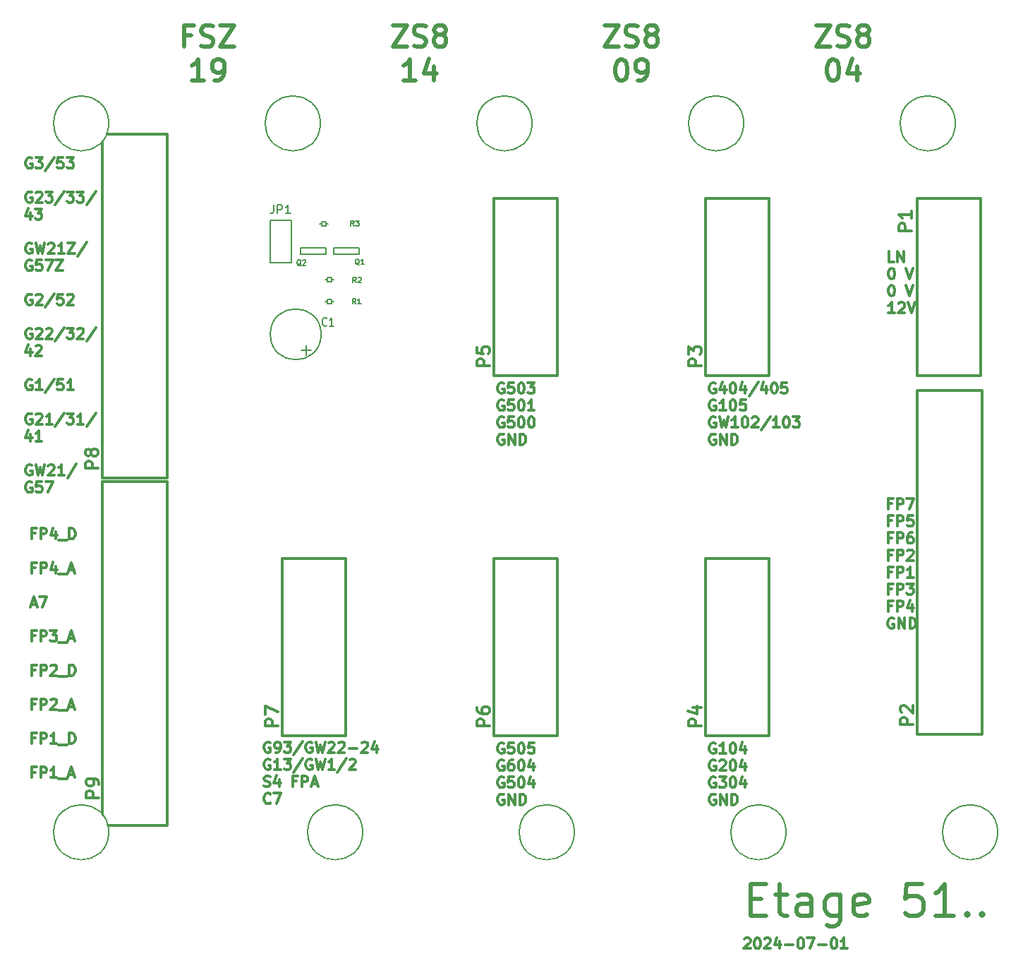
<source format=gto>
%TF.GenerationSoftware,KiCad,Pcbnew,(6.0.7)*%
%TF.CreationDate,2024-08-18T11:11:24+02:00*%
%TF.ProjectId,BP51,42503531-2e6b-4696-9361-645f70636258,0437 -*%
%TF.SameCoordinates,Original*%
%TF.FileFunction,Legend,Top*%
%TF.FilePolarity,Positive*%
%FSLAX46Y46*%
G04 Gerber Fmt 4.6, Leading zero omitted, Abs format (unit mm)*
G04 Created by KiCad (PCBNEW (6.0.7)) date 2024-08-18 11:11:24*
%MOMM*%
%LPD*%
G01*
G04 APERTURE LIST*
%ADD10C,0.508000*%
%ADD11C,0.304800*%
%ADD12C,0.127000*%
%ADD13C,0.152400*%
%ADD14C,0.203200*%
%ADD15R,1.524000X1.524000*%
%ADD16C,1.524000*%
%ADD17R,1.651000X1.651000*%
%ADD18C,1.651000*%
%ADD19C,6.400800*%
%ADD20R,3.048000X3.048000*%
%ADD21C,3.048000*%
%ADD22R,1.600200X1.830400*%
%ADD23R,1.600200X1.803400*%
%ADD24R,0.914400X0.914400*%
%ADD25C,2.200000*%
%ADD26C,4.000000*%
G04 APERTURE END LIST*
D10*
X86134285Y-98164347D02*
X87827619Y-98164347D01*
X86134285Y-100704347D01*
X87827619Y-100704347D01*
X88674285Y-100583395D02*
X89037142Y-100704347D01*
X89641904Y-100704347D01*
X89883809Y-100583395D01*
X90004761Y-100462442D01*
X90125714Y-100220538D01*
X90125714Y-99978633D01*
X90004761Y-99736728D01*
X89883809Y-99615776D01*
X89641904Y-99494823D01*
X89158095Y-99373871D01*
X88916190Y-99252919D01*
X88795238Y-99131966D01*
X88674285Y-98890061D01*
X88674285Y-98648157D01*
X88795238Y-98406252D01*
X88916190Y-98285300D01*
X89158095Y-98164347D01*
X89762857Y-98164347D01*
X90125714Y-98285300D01*
X91577142Y-99252919D02*
X91335238Y-99131966D01*
X91214285Y-99011014D01*
X91093333Y-98769109D01*
X91093333Y-98648157D01*
X91214285Y-98406252D01*
X91335238Y-98285300D01*
X91577142Y-98164347D01*
X92060952Y-98164347D01*
X92302857Y-98285300D01*
X92423809Y-98406252D01*
X92544761Y-98648157D01*
X92544761Y-98769109D01*
X92423809Y-99011014D01*
X92302857Y-99131966D01*
X92060952Y-99252919D01*
X91577142Y-99252919D01*
X91335238Y-99373871D01*
X91214285Y-99494823D01*
X91093333Y-99736728D01*
X91093333Y-100220538D01*
X91214285Y-100462442D01*
X91335238Y-100583395D01*
X91577142Y-100704347D01*
X92060952Y-100704347D01*
X92302857Y-100583395D01*
X92423809Y-100462442D01*
X92544761Y-100220538D01*
X92544761Y-99736728D01*
X92423809Y-99494823D01*
X92302857Y-99373871D01*
X92060952Y-99252919D01*
X88916190Y-104793747D02*
X87464761Y-104793747D01*
X88190476Y-104793747D02*
X88190476Y-102253747D01*
X87948571Y-102616604D01*
X87706666Y-102858509D01*
X87464761Y-102979461D01*
X91093333Y-103100414D02*
X91093333Y-104793747D01*
X90488571Y-102132795D02*
X89883809Y-103947080D01*
X91456190Y-103947080D01*
D11*
X146023834Y-155502835D02*
X145600500Y-155502835D01*
X145600500Y-156168073D02*
X145600500Y-154898073D01*
X146205262Y-154898073D01*
X146689072Y-156168073D02*
X146689072Y-154898073D01*
X147172881Y-154898073D01*
X147293834Y-154958550D01*
X147354310Y-155019026D01*
X147414786Y-155139978D01*
X147414786Y-155321407D01*
X147354310Y-155442359D01*
X147293834Y-155502835D01*
X147172881Y-155563311D01*
X146689072Y-155563311D01*
X147838120Y-154898073D02*
X148684786Y-154898073D01*
X148140500Y-156168073D01*
X146023834Y-157547535D02*
X145600500Y-157547535D01*
X145600500Y-158212773D02*
X145600500Y-156942773D01*
X146205262Y-156942773D01*
X146689072Y-158212773D02*
X146689072Y-156942773D01*
X147172881Y-156942773D01*
X147293834Y-157003250D01*
X147354310Y-157063726D01*
X147414786Y-157184678D01*
X147414786Y-157366107D01*
X147354310Y-157487059D01*
X147293834Y-157547535D01*
X147172881Y-157608011D01*
X146689072Y-157608011D01*
X148563834Y-156942773D02*
X147959072Y-156942773D01*
X147898596Y-157547535D01*
X147959072Y-157487059D01*
X148080024Y-157426583D01*
X148382405Y-157426583D01*
X148503358Y-157487059D01*
X148563834Y-157547535D01*
X148624310Y-157668488D01*
X148624310Y-157970869D01*
X148563834Y-158091821D01*
X148503358Y-158152297D01*
X148382405Y-158212773D01*
X148080024Y-158212773D01*
X147959072Y-158152297D01*
X147898596Y-158091821D01*
X146023834Y-159592235D02*
X145600500Y-159592235D01*
X145600500Y-160257473D02*
X145600500Y-158987473D01*
X146205262Y-158987473D01*
X146689072Y-160257473D02*
X146689072Y-158987473D01*
X147172881Y-158987473D01*
X147293834Y-159047950D01*
X147354310Y-159108426D01*
X147414786Y-159229378D01*
X147414786Y-159410807D01*
X147354310Y-159531759D01*
X147293834Y-159592235D01*
X147172881Y-159652711D01*
X146689072Y-159652711D01*
X148503358Y-158987473D02*
X148261453Y-158987473D01*
X148140500Y-159047950D01*
X148080024Y-159108426D01*
X147959072Y-159289854D01*
X147898596Y-159531759D01*
X147898596Y-160015569D01*
X147959072Y-160136521D01*
X148019548Y-160196997D01*
X148140500Y-160257473D01*
X148382405Y-160257473D01*
X148503358Y-160196997D01*
X148563834Y-160136521D01*
X148624310Y-160015569D01*
X148624310Y-159713188D01*
X148563834Y-159592235D01*
X148503358Y-159531759D01*
X148382405Y-159471283D01*
X148140500Y-159471283D01*
X148019548Y-159531759D01*
X147959072Y-159592235D01*
X147898596Y-159713188D01*
X146023834Y-161636935D02*
X145600500Y-161636935D01*
X145600500Y-162302173D02*
X145600500Y-161032173D01*
X146205262Y-161032173D01*
X146689072Y-162302173D02*
X146689072Y-161032173D01*
X147172881Y-161032173D01*
X147293834Y-161092650D01*
X147354310Y-161153126D01*
X147414786Y-161274078D01*
X147414786Y-161455507D01*
X147354310Y-161576459D01*
X147293834Y-161636935D01*
X147172881Y-161697411D01*
X146689072Y-161697411D01*
X147898596Y-161153126D02*
X147959072Y-161092650D01*
X148080024Y-161032173D01*
X148382405Y-161032173D01*
X148503358Y-161092650D01*
X148563834Y-161153126D01*
X148624310Y-161274078D01*
X148624310Y-161395030D01*
X148563834Y-161576459D01*
X147838120Y-162302173D01*
X148624310Y-162302173D01*
X146023834Y-163681635D02*
X145600500Y-163681635D01*
X145600500Y-164346873D02*
X145600500Y-163076873D01*
X146205262Y-163076873D01*
X146689072Y-164346873D02*
X146689072Y-163076873D01*
X147172881Y-163076873D01*
X147293834Y-163137350D01*
X147354310Y-163197826D01*
X147414786Y-163318778D01*
X147414786Y-163500207D01*
X147354310Y-163621159D01*
X147293834Y-163681635D01*
X147172881Y-163742111D01*
X146689072Y-163742111D01*
X148624310Y-164346873D02*
X147898596Y-164346873D01*
X148261453Y-164346873D02*
X148261453Y-163076873D01*
X148140500Y-163258302D01*
X148019548Y-163379254D01*
X147898596Y-163439730D01*
X146023834Y-165726335D02*
X145600500Y-165726335D01*
X145600500Y-166391573D02*
X145600500Y-165121573D01*
X146205262Y-165121573D01*
X146689072Y-166391573D02*
X146689072Y-165121573D01*
X147172881Y-165121573D01*
X147293834Y-165182050D01*
X147354310Y-165242526D01*
X147414786Y-165363478D01*
X147414786Y-165544907D01*
X147354310Y-165665859D01*
X147293834Y-165726335D01*
X147172881Y-165786811D01*
X146689072Y-165786811D01*
X147838120Y-165121573D02*
X148624310Y-165121573D01*
X148200977Y-165605383D01*
X148382405Y-165605383D01*
X148503358Y-165665859D01*
X148563834Y-165726335D01*
X148624310Y-165847288D01*
X148624310Y-166149669D01*
X148563834Y-166270621D01*
X148503358Y-166331097D01*
X148382405Y-166391573D01*
X148019548Y-166391573D01*
X147898596Y-166331097D01*
X147838120Y-166270621D01*
X146023834Y-167771035D02*
X145600500Y-167771035D01*
X145600500Y-168436273D02*
X145600500Y-167166273D01*
X146205262Y-167166273D01*
X146689072Y-168436273D02*
X146689072Y-167166273D01*
X147172881Y-167166273D01*
X147293834Y-167226750D01*
X147354310Y-167287226D01*
X147414786Y-167408178D01*
X147414786Y-167589607D01*
X147354310Y-167710559D01*
X147293834Y-167771035D01*
X147172881Y-167831511D01*
X146689072Y-167831511D01*
X148503358Y-167589607D02*
X148503358Y-168436273D01*
X148200977Y-167105797D02*
X147898596Y-168012940D01*
X148684786Y-168012940D01*
X146265739Y-169271450D02*
X146144786Y-169210973D01*
X145963358Y-169210973D01*
X145781929Y-169271450D01*
X145660977Y-169392402D01*
X145600500Y-169513354D01*
X145540024Y-169755259D01*
X145540024Y-169936688D01*
X145600500Y-170178592D01*
X145660977Y-170299545D01*
X145781929Y-170420497D01*
X145963358Y-170480973D01*
X146084310Y-170480973D01*
X146265739Y-170420497D01*
X146326215Y-170360021D01*
X146326215Y-169936688D01*
X146084310Y-169936688D01*
X146870500Y-170480973D02*
X146870500Y-169210973D01*
X147596215Y-170480973D01*
X147596215Y-169210973D01*
X148200977Y-170480973D02*
X148200977Y-169210973D01*
X148503358Y-169210973D01*
X148684786Y-169271450D01*
X148805739Y-169392402D01*
X148866215Y-169513354D01*
X148926691Y-169755259D01*
X148926691Y-169936688D01*
X148866215Y-170178592D01*
X148805739Y-170299545D01*
X148684786Y-170420497D01*
X148503358Y-170480973D01*
X148200977Y-170480973D01*
D10*
X61943809Y-99373871D02*
X61097142Y-99373871D01*
X61097142Y-100704347D02*
X61097142Y-98164347D01*
X62306666Y-98164347D01*
X63153333Y-100583395D02*
X63516190Y-100704347D01*
X64120952Y-100704347D01*
X64362857Y-100583395D01*
X64483809Y-100462442D01*
X64604761Y-100220538D01*
X64604761Y-99978633D01*
X64483809Y-99736728D01*
X64362857Y-99615776D01*
X64120952Y-99494823D01*
X63637142Y-99373871D01*
X63395238Y-99252919D01*
X63274285Y-99131966D01*
X63153333Y-98890061D01*
X63153333Y-98648157D01*
X63274285Y-98406252D01*
X63395238Y-98285300D01*
X63637142Y-98164347D01*
X64241904Y-98164347D01*
X64604761Y-98285300D01*
X65451428Y-98164347D02*
X67144761Y-98164347D01*
X65451428Y-100704347D01*
X67144761Y-100704347D01*
X63516190Y-104793747D02*
X62064761Y-104793747D01*
X62790476Y-104793747D02*
X62790476Y-102253747D01*
X62548571Y-102616604D01*
X62306666Y-102858509D01*
X62064761Y-102979461D01*
X64725714Y-104793747D02*
X65209523Y-104793747D01*
X65451428Y-104672795D01*
X65572380Y-104551842D01*
X65814285Y-104188985D01*
X65935238Y-103705176D01*
X65935238Y-102737557D01*
X65814285Y-102495652D01*
X65693333Y-102374700D01*
X65451428Y-102253747D01*
X64967619Y-102253747D01*
X64725714Y-102374700D01*
X64604761Y-102495652D01*
X64483809Y-102737557D01*
X64483809Y-103342319D01*
X64604761Y-103584223D01*
X64725714Y-103705176D01*
X64967619Y-103826128D01*
X65451428Y-103826128D01*
X65693333Y-103705176D01*
X65814285Y-103584223D01*
X65935238Y-103342319D01*
X136934285Y-98164347D02*
X138627619Y-98164347D01*
X136934285Y-100704347D01*
X138627619Y-100704347D01*
X139474285Y-100583395D02*
X139837142Y-100704347D01*
X140441904Y-100704347D01*
X140683809Y-100583395D01*
X140804761Y-100462442D01*
X140925714Y-100220538D01*
X140925714Y-99978633D01*
X140804761Y-99736728D01*
X140683809Y-99615776D01*
X140441904Y-99494823D01*
X139958095Y-99373871D01*
X139716190Y-99252919D01*
X139595238Y-99131966D01*
X139474285Y-98890061D01*
X139474285Y-98648157D01*
X139595238Y-98406252D01*
X139716190Y-98285300D01*
X139958095Y-98164347D01*
X140562857Y-98164347D01*
X140925714Y-98285300D01*
X142377142Y-99252919D02*
X142135238Y-99131966D01*
X142014285Y-99011014D01*
X141893333Y-98769109D01*
X141893333Y-98648157D01*
X142014285Y-98406252D01*
X142135238Y-98285300D01*
X142377142Y-98164347D01*
X142860952Y-98164347D01*
X143102857Y-98285300D01*
X143223809Y-98406252D01*
X143344761Y-98648157D01*
X143344761Y-98769109D01*
X143223809Y-99011014D01*
X143102857Y-99131966D01*
X142860952Y-99252919D01*
X142377142Y-99252919D01*
X142135238Y-99373871D01*
X142014285Y-99494823D01*
X141893333Y-99736728D01*
X141893333Y-100220538D01*
X142014285Y-100462442D01*
X142135238Y-100583395D01*
X142377142Y-100704347D01*
X142860952Y-100704347D01*
X143102857Y-100583395D01*
X143223809Y-100462442D01*
X143344761Y-100220538D01*
X143344761Y-99736728D01*
X143223809Y-99494823D01*
X143102857Y-99373871D01*
X142860952Y-99252919D01*
X138869523Y-102253747D02*
X139111428Y-102253747D01*
X139353333Y-102374700D01*
X139474285Y-102495652D01*
X139595238Y-102737557D01*
X139716190Y-103221366D01*
X139716190Y-103826128D01*
X139595238Y-104309938D01*
X139474285Y-104551842D01*
X139353333Y-104672795D01*
X139111428Y-104793747D01*
X138869523Y-104793747D01*
X138627619Y-104672795D01*
X138506666Y-104551842D01*
X138385714Y-104309938D01*
X138264761Y-103826128D01*
X138264761Y-103221366D01*
X138385714Y-102737557D01*
X138506666Y-102495652D01*
X138627619Y-102374700D01*
X138869523Y-102253747D01*
X141893333Y-103100414D02*
X141893333Y-104793747D01*
X141288571Y-102132795D02*
X140683809Y-103947080D01*
X142256190Y-103947080D01*
X111534285Y-98164347D02*
X113227619Y-98164347D01*
X111534285Y-100704347D01*
X113227619Y-100704347D01*
X114074285Y-100583395D02*
X114437142Y-100704347D01*
X115041904Y-100704347D01*
X115283809Y-100583395D01*
X115404761Y-100462442D01*
X115525714Y-100220538D01*
X115525714Y-99978633D01*
X115404761Y-99736728D01*
X115283809Y-99615776D01*
X115041904Y-99494823D01*
X114558095Y-99373871D01*
X114316190Y-99252919D01*
X114195238Y-99131966D01*
X114074285Y-98890061D01*
X114074285Y-98648157D01*
X114195238Y-98406252D01*
X114316190Y-98285300D01*
X114558095Y-98164347D01*
X115162857Y-98164347D01*
X115525714Y-98285300D01*
X116977142Y-99252919D02*
X116735238Y-99131966D01*
X116614285Y-99011014D01*
X116493333Y-98769109D01*
X116493333Y-98648157D01*
X116614285Y-98406252D01*
X116735238Y-98285300D01*
X116977142Y-98164347D01*
X117460952Y-98164347D01*
X117702857Y-98285300D01*
X117823809Y-98406252D01*
X117944761Y-98648157D01*
X117944761Y-98769109D01*
X117823809Y-99011014D01*
X117702857Y-99131966D01*
X117460952Y-99252919D01*
X116977142Y-99252919D01*
X116735238Y-99373871D01*
X116614285Y-99494823D01*
X116493333Y-99736728D01*
X116493333Y-100220538D01*
X116614285Y-100462442D01*
X116735238Y-100583395D01*
X116977142Y-100704347D01*
X117460952Y-100704347D01*
X117702857Y-100583395D01*
X117823809Y-100462442D01*
X117944761Y-100220538D01*
X117944761Y-99736728D01*
X117823809Y-99494823D01*
X117702857Y-99373871D01*
X117460952Y-99252919D01*
X113469523Y-102253747D02*
X113711428Y-102253747D01*
X113953333Y-102374700D01*
X114074285Y-102495652D01*
X114195238Y-102737557D01*
X114316190Y-103221366D01*
X114316190Y-103826128D01*
X114195238Y-104309938D01*
X114074285Y-104551842D01*
X113953333Y-104672795D01*
X113711428Y-104793747D01*
X113469523Y-104793747D01*
X113227619Y-104672795D01*
X113106666Y-104551842D01*
X112985714Y-104309938D01*
X112864761Y-103826128D01*
X112864761Y-103221366D01*
X112985714Y-102737557D01*
X113106666Y-102495652D01*
X113227619Y-102374700D01*
X113469523Y-102253747D01*
X115525714Y-104793747D02*
X116009523Y-104793747D01*
X116251428Y-104672795D01*
X116372380Y-104551842D01*
X116614285Y-104188985D01*
X116735238Y-103705176D01*
X116735238Y-102737557D01*
X116614285Y-102495652D01*
X116493333Y-102374700D01*
X116251428Y-102253747D01*
X115767619Y-102253747D01*
X115525714Y-102374700D01*
X115404761Y-102495652D01*
X115283809Y-102737557D01*
X115283809Y-103342319D01*
X115404761Y-103584223D01*
X115525714Y-103705176D01*
X115767619Y-103826128D01*
X116251428Y-103826128D01*
X116493333Y-103705176D01*
X116614285Y-103584223D01*
X116735238Y-103342319D01*
D11*
X99455739Y-184257950D02*
X99334786Y-184197473D01*
X99153358Y-184197473D01*
X98971929Y-184257950D01*
X98850977Y-184378902D01*
X98790500Y-184499854D01*
X98730024Y-184741759D01*
X98730024Y-184923188D01*
X98790500Y-185165092D01*
X98850977Y-185286045D01*
X98971929Y-185406997D01*
X99153358Y-185467473D01*
X99274310Y-185467473D01*
X99455739Y-185406997D01*
X99516215Y-185346521D01*
X99516215Y-184923188D01*
X99274310Y-184923188D01*
X100665262Y-184197473D02*
X100060500Y-184197473D01*
X100000024Y-184802235D01*
X100060500Y-184741759D01*
X100181453Y-184681283D01*
X100483834Y-184681283D01*
X100604786Y-184741759D01*
X100665262Y-184802235D01*
X100725739Y-184923188D01*
X100725739Y-185225569D01*
X100665262Y-185346521D01*
X100604786Y-185406997D01*
X100483834Y-185467473D01*
X100181453Y-185467473D01*
X100060500Y-185406997D01*
X100000024Y-185346521D01*
X101511929Y-184197473D02*
X101632881Y-184197473D01*
X101753834Y-184257950D01*
X101814310Y-184318426D01*
X101874786Y-184439378D01*
X101935262Y-184681283D01*
X101935262Y-184983664D01*
X101874786Y-185225569D01*
X101814310Y-185346521D01*
X101753834Y-185406997D01*
X101632881Y-185467473D01*
X101511929Y-185467473D01*
X101390977Y-185406997D01*
X101330500Y-185346521D01*
X101270024Y-185225569D01*
X101209548Y-184983664D01*
X101209548Y-184681283D01*
X101270024Y-184439378D01*
X101330500Y-184318426D01*
X101390977Y-184257950D01*
X101511929Y-184197473D01*
X103084310Y-184197473D02*
X102479548Y-184197473D01*
X102419072Y-184802235D01*
X102479548Y-184741759D01*
X102600500Y-184681283D01*
X102902881Y-184681283D01*
X103023834Y-184741759D01*
X103084310Y-184802235D01*
X103144786Y-184923188D01*
X103144786Y-185225569D01*
X103084310Y-185346521D01*
X103023834Y-185406997D01*
X102902881Y-185467473D01*
X102600500Y-185467473D01*
X102479548Y-185406997D01*
X102419072Y-185346521D01*
X99455739Y-186302650D02*
X99334786Y-186242173D01*
X99153358Y-186242173D01*
X98971929Y-186302650D01*
X98850977Y-186423602D01*
X98790500Y-186544554D01*
X98730024Y-186786459D01*
X98730024Y-186967888D01*
X98790500Y-187209792D01*
X98850977Y-187330745D01*
X98971929Y-187451697D01*
X99153358Y-187512173D01*
X99274310Y-187512173D01*
X99455739Y-187451697D01*
X99516215Y-187391221D01*
X99516215Y-186967888D01*
X99274310Y-186967888D01*
X100604786Y-186242173D02*
X100362881Y-186242173D01*
X100241929Y-186302650D01*
X100181453Y-186363126D01*
X100060500Y-186544554D01*
X100000024Y-186786459D01*
X100000024Y-187270269D01*
X100060500Y-187391221D01*
X100120977Y-187451697D01*
X100241929Y-187512173D01*
X100483834Y-187512173D01*
X100604786Y-187451697D01*
X100665262Y-187391221D01*
X100725739Y-187270269D01*
X100725739Y-186967888D01*
X100665262Y-186846935D01*
X100604786Y-186786459D01*
X100483834Y-186725983D01*
X100241929Y-186725983D01*
X100120977Y-186786459D01*
X100060500Y-186846935D01*
X100000024Y-186967888D01*
X101511929Y-186242173D02*
X101632881Y-186242173D01*
X101753834Y-186302650D01*
X101814310Y-186363126D01*
X101874786Y-186484078D01*
X101935262Y-186725983D01*
X101935262Y-187028364D01*
X101874786Y-187270269D01*
X101814310Y-187391221D01*
X101753834Y-187451697D01*
X101632881Y-187512173D01*
X101511929Y-187512173D01*
X101390977Y-187451697D01*
X101330500Y-187391221D01*
X101270024Y-187270269D01*
X101209548Y-187028364D01*
X101209548Y-186725983D01*
X101270024Y-186484078D01*
X101330500Y-186363126D01*
X101390977Y-186302650D01*
X101511929Y-186242173D01*
X103023834Y-186665507D02*
X103023834Y-187512173D01*
X102721453Y-186181697D02*
X102419072Y-187088840D01*
X103205262Y-187088840D01*
X99455739Y-188347350D02*
X99334786Y-188286873D01*
X99153358Y-188286873D01*
X98971929Y-188347350D01*
X98850977Y-188468302D01*
X98790500Y-188589254D01*
X98730024Y-188831159D01*
X98730024Y-189012588D01*
X98790500Y-189254492D01*
X98850977Y-189375445D01*
X98971929Y-189496397D01*
X99153358Y-189556873D01*
X99274310Y-189556873D01*
X99455739Y-189496397D01*
X99516215Y-189435921D01*
X99516215Y-189012588D01*
X99274310Y-189012588D01*
X100665262Y-188286873D02*
X100060500Y-188286873D01*
X100000024Y-188891635D01*
X100060500Y-188831159D01*
X100181453Y-188770683D01*
X100483834Y-188770683D01*
X100604786Y-188831159D01*
X100665262Y-188891635D01*
X100725739Y-189012588D01*
X100725739Y-189314969D01*
X100665262Y-189435921D01*
X100604786Y-189496397D01*
X100483834Y-189556873D01*
X100181453Y-189556873D01*
X100060500Y-189496397D01*
X100000024Y-189435921D01*
X101511929Y-188286873D02*
X101632881Y-188286873D01*
X101753834Y-188347350D01*
X101814310Y-188407826D01*
X101874786Y-188528778D01*
X101935262Y-188770683D01*
X101935262Y-189073064D01*
X101874786Y-189314969D01*
X101814310Y-189435921D01*
X101753834Y-189496397D01*
X101632881Y-189556873D01*
X101511929Y-189556873D01*
X101390977Y-189496397D01*
X101330500Y-189435921D01*
X101270024Y-189314969D01*
X101209548Y-189073064D01*
X101209548Y-188770683D01*
X101270024Y-188528778D01*
X101330500Y-188407826D01*
X101390977Y-188347350D01*
X101511929Y-188286873D01*
X103023834Y-188710207D02*
X103023834Y-189556873D01*
X102721453Y-188226397D02*
X102419072Y-189133540D01*
X103205262Y-189133540D01*
X99455739Y-190392050D02*
X99334786Y-190331573D01*
X99153358Y-190331573D01*
X98971929Y-190392050D01*
X98850977Y-190513002D01*
X98790500Y-190633954D01*
X98730024Y-190875859D01*
X98730024Y-191057288D01*
X98790500Y-191299192D01*
X98850977Y-191420145D01*
X98971929Y-191541097D01*
X99153358Y-191601573D01*
X99274310Y-191601573D01*
X99455739Y-191541097D01*
X99516215Y-191480621D01*
X99516215Y-191057288D01*
X99274310Y-191057288D01*
X100060500Y-191601573D02*
X100060500Y-190331573D01*
X100786215Y-191601573D01*
X100786215Y-190331573D01*
X101390977Y-191601573D02*
X101390977Y-190331573D01*
X101693358Y-190331573D01*
X101874786Y-190392050D01*
X101995739Y-190513002D01*
X102056215Y-190633954D01*
X102116691Y-190875859D01*
X102116691Y-191057288D01*
X102056215Y-191299192D01*
X101995739Y-191420145D01*
X101874786Y-191541097D01*
X101693358Y-191601573D01*
X101390977Y-191601573D01*
X43223834Y-159078385D02*
X42800500Y-159078385D01*
X42800500Y-159743623D02*
X42800500Y-158473623D01*
X43405262Y-158473623D01*
X43889072Y-159743623D02*
X43889072Y-158473623D01*
X44372881Y-158473623D01*
X44493834Y-158534100D01*
X44554310Y-158594576D01*
X44614786Y-158715528D01*
X44614786Y-158896957D01*
X44554310Y-159017909D01*
X44493834Y-159078385D01*
X44372881Y-159138861D01*
X43889072Y-159138861D01*
X45703358Y-158896957D02*
X45703358Y-159743623D01*
X45400977Y-158413147D02*
X45098596Y-159320290D01*
X45884786Y-159320290D01*
X46066215Y-159864576D02*
X47033834Y-159864576D01*
X47336215Y-159743623D02*
X47336215Y-158473623D01*
X47638596Y-158473623D01*
X47820024Y-158534100D01*
X47940977Y-158655052D01*
X48001453Y-158776004D01*
X48061929Y-159017909D01*
X48061929Y-159199338D01*
X48001453Y-159441242D01*
X47940977Y-159562195D01*
X47820024Y-159683147D01*
X47638596Y-159743623D01*
X47336215Y-159743623D01*
X43223834Y-163167785D02*
X42800500Y-163167785D01*
X42800500Y-163833023D02*
X42800500Y-162563023D01*
X43405262Y-162563023D01*
X43889072Y-163833023D02*
X43889072Y-162563023D01*
X44372881Y-162563023D01*
X44493834Y-162623500D01*
X44554310Y-162683976D01*
X44614786Y-162804928D01*
X44614786Y-162986357D01*
X44554310Y-163107309D01*
X44493834Y-163167785D01*
X44372881Y-163228261D01*
X43889072Y-163228261D01*
X45703358Y-162986357D02*
X45703358Y-163833023D01*
X45400977Y-162502547D02*
X45098596Y-163409690D01*
X45884786Y-163409690D01*
X46066215Y-163953976D02*
X47033834Y-163953976D01*
X47275739Y-163470166D02*
X47880500Y-163470166D01*
X47154786Y-163833023D02*
X47578120Y-162563023D01*
X48001453Y-163833023D01*
X42740024Y-167559566D02*
X43344786Y-167559566D01*
X42619072Y-167922423D02*
X43042405Y-166652423D01*
X43465739Y-167922423D01*
X43768120Y-166652423D02*
X44614786Y-166652423D01*
X44070500Y-167922423D01*
X43223834Y-171346585D02*
X42800500Y-171346585D01*
X42800500Y-172011823D02*
X42800500Y-170741823D01*
X43405262Y-170741823D01*
X43889072Y-172011823D02*
X43889072Y-170741823D01*
X44372881Y-170741823D01*
X44493834Y-170802300D01*
X44554310Y-170862776D01*
X44614786Y-170983728D01*
X44614786Y-171165157D01*
X44554310Y-171286109D01*
X44493834Y-171346585D01*
X44372881Y-171407061D01*
X43889072Y-171407061D01*
X45038120Y-170741823D02*
X45824310Y-170741823D01*
X45400977Y-171225633D01*
X45582405Y-171225633D01*
X45703358Y-171286109D01*
X45763834Y-171346585D01*
X45824310Y-171467538D01*
X45824310Y-171769919D01*
X45763834Y-171890871D01*
X45703358Y-171951347D01*
X45582405Y-172011823D01*
X45219548Y-172011823D01*
X45098596Y-171951347D01*
X45038120Y-171890871D01*
X46066215Y-172132776D02*
X47033834Y-172132776D01*
X47275739Y-171648966D02*
X47880500Y-171648966D01*
X47154786Y-172011823D02*
X47578120Y-170741823D01*
X48001453Y-172011823D01*
X43223834Y-175435985D02*
X42800500Y-175435985D01*
X42800500Y-176101223D02*
X42800500Y-174831223D01*
X43405262Y-174831223D01*
X43889072Y-176101223D02*
X43889072Y-174831223D01*
X44372881Y-174831223D01*
X44493834Y-174891700D01*
X44554310Y-174952176D01*
X44614786Y-175073128D01*
X44614786Y-175254557D01*
X44554310Y-175375509D01*
X44493834Y-175435985D01*
X44372881Y-175496461D01*
X43889072Y-175496461D01*
X45098596Y-174952176D02*
X45159072Y-174891700D01*
X45280024Y-174831223D01*
X45582405Y-174831223D01*
X45703358Y-174891700D01*
X45763834Y-174952176D01*
X45824310Y-175073128D01*
X45824310Y-175194080D01*
X45763834Y-175375509D01*
X45038120Y-176101223D01*
X45824310Y-176101223D01*
X46066215Y-176222176D02*
X47033834Y-176222176D01*
X47336215Y-176101223D02*
X47336215Y-174831223D01*
X47638596Y-174831223D01*
X47820024Y-174891700D01*
X47940977Y-175012652D01*
X48001453Y-175133604D01*
X48061929Y-175375509D01*
X48061929Y-175556938D01*
X48001453Y-175798842D01*
X47940977Y-175919795D01*
X47820024Y-176040747D01*
X47638596Y-176101223D01*
X47336215Y-176101223D01*
X43223834Y-179525385D02*
X42800500Y-179525385D01*
X42800500Y-180190623D02*
X42800500Y-178920623D01*
X43405262Y-178920623D01*
X43889072Y-180190623D02*
X43889072Y-178920623D01*
X44372881Y-178920623D01*
X44493834Y-178981100D01*
X44554310Y-179041576D01*
X44614786Y-179162528D01*
X44614786Y-179343957D01*
X44554310Y-179464909D01*
X44493834Y-179525385D01*
X44372881Y-179585861D01*
X43889072Y-179585861D01*
X45098596Y-179041576D02*
X45159072Y-178981100D01*
X45280024Y-178920623D01*
X45582405Y-178920623D01*
X45703358Y-178981100D01*
X45763834Y-179041576D01*
X45824310Y-179162528D01*
X45824310Y-179283480D01*
X45763834Y-179464909D01*
X45038120Y-180190623D01*
X45824310Y-180190623D01*
X46066215Y-180311576D02*
X47033834Y-180311576D01*
X47275739Y-179827766D02*
X47880500Y-179827766D01*
X47154786Y-180190623D02*
X47578120Y-178920623D01*
X48001453Y-180190623D01*
X43223834Y-183614785D02*
X42800500Y-183614785D01*
X42800500Y-184280023D02*
X42800500Y-183010023D01*
X43405262Y-183010023D01*
X43889072Y-184280023D02*
X43889072Y-183010023D01*
X44372881Y-183010023D01*
X44493834Y-183070500D01*
X44554310Y-183130976D01*
X44614786Y-183251928D01*
X44614786Y-183433357D01*
X44554310Y-183554309D01*
X44493834Y-183614785D01*
X44372881Y-183675261D01*
X43889072Y-183675261D01*
X45824310Y-184280023D02*
X45098596Y-184280023D01*
X45461453Y-184280023D02*
X45461453Y-183010023D01*
X45340500Y-183191452D01*
X45219548Y-183312404D01*
X45098596Y-183372880D01*
X46066215Y-184400976D02*
X47033834Y-184400976D01*
X47336215Y-184280023D02*
X47336215Y-183010023D01*
X47638596Y-183010023D01*
X47820024Y-183070500D01*
X47940977Y-183191452D01*
X48001453Y-183312404D01*
X48061929Y-183554309D01*
X48061929Y-183735738D01*
X48001453Y-183977642D01*
X47940977Y-184098595D01*
X47820024Y-184219547D01*
X47638596Y-184280023D01*
X47336215Y-184280023D01*
X43223834Y-187704185D02*
X42800500Y-187704185D01*
X42800500Y-188369423D02*
X42800500Y-187099423D01*
X43405262Y-187099423D01*
X43889072Y-188369423D02*
X43889072Y-187099423D01*
X44372881Y-187099423D01*
X44493834Y-187159900D01*
X44554310Y-187220376D01*
X44614786Y-187341328D01*
X44614786Y-187522757D01*
X44554310Y-187643709D01*
X44493834Y-187704185D01*
X44372881Y-187764661D01*
X43889072Y-187764661D01*
X45824310Y-188369423D02*
X45098596Y-188369423D01*
X45461453Y-188369423D02*
X45461453Y-187099423D01*
X45340500Y-187280852D01*
X45219548Y-187401804D01*
X45098596Y-187462280D01*
X46066215Y-188490376D02*
X47033834Y-188490376D01*
X47275739Y-188006566D02*
X47880500Y-188006566D01*
X47154786Y-188369423D02*
X47578120Y-187099423D01*
X48001453Y-188369423D01*
X42815739Y-114090350D02*
X42694786Y-114029873D01*
X42513358Y-114029873D01*
X42331929Y-114090350D01*
X42210977Y-114211302D01*
X42150500Y-114332254D01*
X42090024Y-114574159D01*
X42090024Y-114755588D01*
X42150500Y-114997492D01*
X42210977Y-115118445D01*
X42331929Y-115239397D01*
X42513358Y-115299873D01*
X42634310Y-115299873D01*
X42815739Y-115239397D01*
X42876215Y-115178921D01*
X42876215Y-114755588D01*
X42634310Y-114755588D01*
X43299548Y-114029873D02*
X44085739Y-114029873D01*
X43662405Y-114513683D01*
X43843834Y-114513683D01*
X43964786Y-114574159D01*
X44025262Y-114634635D01*
X44085739Y-114755588D01*
X44085739Y-115057969D01*
X44025262Y-115178921D01*
X43964786Y-115239397D01*
X43843834Y-115299873D01*
X43480977Y-115299873D01*
X43360024Y-115239397D01*
X43299548Y-115178921D01*
X45537167Y-113969397D02*
X44448596Y-115602254D01*
X46565262Y-114029873D02*
X45960500Y-114029873D01*
X45900024Y-114634635D01*
X45960500Y-114574159D01*
X46081453Y-114513683D01*
X46383834Y-114513683D01*
X46504786Y-114574159D01*
X46565262Y-114634635D01*
X46625739Y-114755588D01*
X46625739Y-115057969D01*
X46565262Y-115178921D01*
X46504786Y-115239397D01*
X46383834Y-115299873D01*
X46081453Y-115299873D01*
X45960500Y-115239397D01*
X45900024Y-115178921D01*
X47049072Y-114029873D02*
X47835262Y-114029873D01*
X47411929Y-114513683D01*
X47593358Y-114513683D01*
X47714310Y-114574159D01*
X47774786Y-114634635D01*
X47835262Y-114755588D01*
X47835262Y-115057969D01*
X47774786Y-115178921D01*
X47714310Y-115239397D01*
X47593358Y-115299873D01*
X47230500Y-115299873D01*
X47109548Y-115239397D01*
X47049072Y-115178921D01*
X42815739Y-118179750D02*
X42694786Y-118119273D01*
X42513358Y-118119273D01*
X42331929Y-118179750D01*
X42210977Y-118300702D01*
X42150500Y-118421654D01*
X42090024Y-118663559D01*
X42090024Y-118844988D01*
X42150500Y-119086892D01*
X42210977Y-119207845D01*
X42331929Y-119328797D01*
X42513358Y-119389273D01*
X42634310Y-119389273D01*
X42815739Y-119328797D01*
X42876215Y-119268321D01*
X42876215Y-118844988D01*
X42634310Y-118844988D01*
X43360024Y-118240226D02*
X43420500Y-118179750D01*
X43541453Y-118119273D01*
X43843834Y-118119273D01*
X43964786Y-118179750D01*
X44025262Y-118240226D01*
X44085739Y-118361178D01*
X44085739Y-118482130D01*
X44025262Y-118663559D01*
X43299548Y-119389273D01*
X44085739Y-119389273D01*
X44509072Y-118119273D02*
X45295262Y-118119273D01*
X44871929Y-118603083D01*
X45053358Y-118603083D01*
X45174310Y-118663559D01*
X45234786Y-118724035D01*
X45295262Y-118844988D01*
X45295262Y-119147369D01*
X45234786Y-119268321D01*
X45174310Y-119328797D01*
X45053358Y-119389273D01*
X44690500Y-119389273D01*
X44569548Y-119328797D01*
X44509072Y-119268321D01*
X46746691Y-118058797D02*
X45658120Y-119691654D01*
X47049072Y-118119273D02*
X47835262Y-118119273D01*
X47411929Y-118603083D01*
X47593358Y-118603083D01*
X47714310Y-118663559D01*
X47774786Y-118724035D01*
X47835262Y-118844988D01*
X47835262Y-119147369D01*
X47774786Y-119268321D01*
X47714310Y-119328797D01*
X47593358Y-119389273D01*
X47230500Y-119389273D01*
X47109548Y-119328797D01*
X47049072Y-119268321D01*
X48258596Y-118119273D02*
X49044786Y-118119273D01*
X48621453Y-118603083D01*
X48802881Y-118603083D01*
X48923834Y-118663559D01*
X48984310Y-118724035D01*
X49044786Y-118844988D01*
X49044786Y-119147369D01*
X48984310Y-119268321D01*
X48923834Y-119328797D01*
X48802881Y-119389273D01*
X48440024Y-119389273D01*
X48319072Y-119328797D01*
X48258596Y-119268321D01*
X50496215Y-118058797D02*
X49407643Y-119691654D01*
X42694786Y-120587307D02*
X42694786Y-121433973D01*
X42392405Y-120103497D02*
X42090024Y-121010640D01*
X42876215Y-121010640D01*
X43239072Y-120163973D02*
X44025262Y-120163973D01*
X43601929Y-120647783D01*
X43783358Y-120647783D01*
X43904310Y-120708259D01*
X43964786Y-120768735D01*
X44025262Y-120889688D01*
X44025262Y-121192069D01*
X43964786Y-121313021D01*
X43904310Y-121373497D01*
X43783358Y-121433973D01*
X43420500Y-121433973D01*
X43299548Y-121373497D01*
X43239072Y-121313021D01*
X42815739Y-124313850D02*
X42694786Y-124253373D01*
X42513358Y-124253373D01*
X42331929Y-124313850D01*
X42210977Y-124434802D01*
X42150500Y-124555754D01*
X42090024Y-124797659D01*
X42090024Y-124979088D01*
X42150500Y-125220992D01*
X42210977Y-125341945D01*
X42331929Y-125462897D01*
X42513358Y-125523373D01*
X42634310Y-125523373D01*
X42815739Y-125462897D01*
X42876215Y-125402421D01*
X42876215Y-124979088D01*
X42634310Y-124979088D01*
X43299548Y-124253373D02*
X43601929Y-125523373D01*
X43843834Y-124616230D01*
X44085739Y-125523373D01*
X44388120Y-124253373D01*
X44811453Y-124374326D02*
X44871929Y-124313850D01*
X44992881Y-124253373D01*
X45295262Y-124253373D01*
X45416215Y-124313850D01*
X45476691Y-124374326D01*
X45537167Y-124495278D01*
X45537167Y-124616230D01*
X45476691Y-124797659D01*
X44750977Y-125523373D01*
X45537167Y-125523373D01*
X46746691Y-125523373D02*
X46020977Y-125523373D01*
X46383834Y-125523373D02*
X46383834Y-124253373D01*
X46262881Y-124434802D01*
X46141929Y-124555754D01*
X46020977Y-124616230D01*
X47170024Y-124253373D02*
X48016691Y-124253373D01*
X47170024Y-125523373D01*
X48016691Y-125523373D01*
X49407643Y-124192897D02*
X48319072Y-125825754D01*
X42815739Y-126358550D02*
X42694786Y-126298073D01*
X42513358Y-126298073D01*
X42331929Y-126358550D01*
X42210977Y-126479502D01*
X42150500Y-126600454D01*
X42090024Y-126842359D01*
X42090024Y-127023788D01*
X42150500Y-127265692D01*
X42210977Y-127386645D01*
X42331929Y-127507597D01*
X42513358Y-127568073D01*
X42634310Y-127568073D01*
X42815739Y-127507597D01*
X42876215Y-127447121D01*
X42876215Y-127023788D01*
X42634310Y-127023788D01*
X44025262Y-126298073D02*
X43420500Y-126298073D01*
X43360024Y-126902835D01*
X43420500Y-126842359D01*
X43541453Y-126781883D01*
X43843834Y-126781883D01*
X43964786Y-126842359D01*
X44025262Y-126902835D01*
X44085739Y-127023788D01*
X44085739Y-127326169D01*
X44025262Y-127447121D01*
X43964786Y-127507597D01*
X43843834Y-127568073D01*
X43541453Y-127568073D01*
X43420500Y-127507597D01*
X43360024Y-127447121D01*
X44509072Y-126298073D02*
X45355739Y-126298073D01*
X44811453Y-127568073D01*
X45718596Y-126298073D02*
X46565262Y-126298073D01*
X45718596Y-127568073D01*
X46565262Y-127568073D01*
X42815739Y-130447950D02*
X42694786Y-130387473D01*
X42513358Y-130387473D01*
X42331929Y-130447950D01*
X42210977Y-130568902D01*
X42150500Y-130689854D01*
X42090024Y-130931759D01*
X42090024Y-131113188D01*
X42150500Y-131355092D01*
X42210977Y-131476045D01*
X42331929Y-131596997D01*
X42513358Y-131657473D01*
X42634310Y-131657473D01*
X42815739Y-131596997D01*
X42876215Y-131536521D01*
X42876215Y-131113188D01*
X42634310Y-131113188D01*
X43360024Y-130508426D02*
X43420500Y-130447950D01*
X43541453Y-130387473D01*
X43843834Y-130387473D01*
X43964786Y-130447950D01*
X44025262Y-130508426D01*
X44085739Y-130629378D01*
X44085739Y-130750330D01*
X44025262Y-130931759D01*
X43299548Y-131657473D01*
X44085739Y-131657473D01*
X45537167Y-130326997D02*
X44448596Y-131959854D01*
X46565262Y-130387473D02*
X45960500Y-130387473D01*
X45900024Y-130992235D01*
X45960500Y-130931759D01*
X46081453Y-130871283D01*
X46383834Y-130871283D01*
X46504786Y-130931759D01*
X46565262Y-130992235D01*
X46625739Y-131113188D01*
X46625739Y-131415569D01*
X46565262Y-131536521D01*
X46504786Y-131596997D01*
X46383834Y-131657473D01*
X46081453Y-131657473D01*
X45960500Y-131596997D01*
X45900024Y-131536521D01*
X47109548Y-130508426D02*
X47170024Y-130447950D01*
X47290977Y-130387473D01*
X47593358Y-130387473D01*
X47714310Y-130447950D01*
X47774786Y-130508426D01*
X47835262Y-130629378D01*
X47835262Y-130750330D01*
X47774786Y-130931759D01*
X47049072Y-131657473D01*
X47835262Y-131657473D01*
X42815739Y-134537350D02*
X42694786Y-134476873D01*
X42513358Y-134476873D01*
X42331929Y-134537350D01*
X42210977Y-134658302D01*
X42150500Y-134779254D01*
X42090024Y-135021159D01*
X42090024Y-135202588D01*
X42150500Y-135444492D01*
X42210977Y-135565445D01*
X42331929Y-135686397D01*
X42513358Y-135746873D01*
X42634310Y-135746873D01*
X42815739Y-135686397D01*
X42876215Y-135625921D01*
X42876215Y-135202588D01*
X42634310Y-135202588D01*
X43360024Y-134597826D02*
X43420500Y-134537350D01*
X43541453Y-134476873D01*
X43843834Y-134476873D01*
X43964786Y-134537350D01*
X44025262Y-134597826D01*
X44085739Y-134718778D01*
X44085739Y-134839730D01*
X44025262Y-135021159D01*
X43299548Y-135746873D01*
X44085739Y-135746873D01*
X44569548Y-134597826D02*
X44630024Y-134537350D01*
X44750977Y-134476873D01*
X45053358Y-134476873D01*
X45174310Y-134537350D01*
X45234786Y-134597826D01*
X45295262Y-134718778D01*
X45295262Y-134839730D01*
X45234786Y-135021159D01*
X44509072Y-135746873D01*
X45295262Y-135746873D01*
X46746691Y-134416397D02*
X45658120Y-136049254D01*
X47049072Y-134476873D02*
X47835262Y-134476873D01*
X47411929Y-134960683D01*
X47593358Y-134960683D01*
X47714310Y-135021159D01*
X47774786Y-135081635D01*
X47835262Y-135202588D01*
X47835262Y-135504969D01*
X47774786Y-135625921D01*
X47714310Y-135686397D01*
X47593358Y-135746873D01*
X47230500Y-135746873D01*
X47109548Y-135686397D01*
X47049072Y-135625921D01*
X48319072Y-134597826D02*
X48379548Y-134537350D01*
X48500500Y-134476873D01*
X48802881Y-134476873D01*
X48923834Y-134537350D01*
X48984310Y-134597826D01*
X49044786Y-134718778D01*
X49044786Y-134839730D01*
X48984310Y-135021159D01*
X48258596Y-135746873D01*
X49044786Y-135746873D01*
X50496215Y-134416397D02*
X49407643Y-136049254D01*
X42694786Y-136944907D02*
X42694786Y-137791573D01*
X42392405Y-136461097D02*
X42090024Y-137368240D01*
X42876215Y-137368240D01*
X43299548Y-136642526D02*
X43360024Y-136582050D01*
X43480977Y-136521573D01*
X43783358Y-136521573D01*
X43904310Y-136582050D01*
X43964786Y-136642526D01*
X44025262Y-136763478D01*
X44025262Y-136884430D01*
X43964786Y-137065859D01*
X43239072Y-137791573D01*
X44025262Y-137791573D01*
X42815739Y-140671450D02*
X42694786Y-140610973D01*
X42513358Y-140610973D01*
X42331929Y-140671450D01*
X42210977Y-140792402D01*
X42150500Y-140913354D01*
X42090024Y-141155259D01*
X42090024Y-141336688D01*
X42150500Y-141578592D01*
X42210977Y-141699545D01*
X42331929Y-141820497D01*
X42513358Y-141880973D01*
X42634310Y-141880973D01*
X42815739Y-141820497D01*
X42876215Y-141760021D01*
X42876215Y-141336688D01*
X42634310Y-141336688D01*
X44085739Y-141880973D02*
X43360024Y-141880973D01*
X43722881Y-141880973D02*
X43722881Y-140610973D01*
X43601929Y-140792402D01*
X43480977Y-140913354D01*
X43360024Y-140973830D01*
X45537167Y-140550497D02*
X44448596Y-142183354D01*
X46565262Y-140610973D02*
X45960500Y-140610973D01*
X45900024Y-141215735D01*
X45960500Y-141155259D01*
X46081453Y-141094783D01*
X46383834Y-141094783D01*
X46504786Y-141155259D01*
X46565262Y-141215735D01*
X46625739Y-141336688D01*
X46625739Y-141639069D01*
X46565262Y-141760021D01*
X46504786Y-141820497D01*
X46383834Y-141880973D01*
X46081453Y-141880973D01*
X45960500Y-141820497D01*
X45900024Y-141760021D01*
X47835262Y-141880973D02*
X47109548Y-141880973D01*
X47472405Y-141880973D02*
X47472405Y-140610973D01*
X47351453Y-140792402D01*
X47230500Y-140913354D01*
X47109548Y-140973830D01*
X42815739Y-144760850D02*
X42694786Y-144700373D01*
X42513358Y-144700373D01*
X42331929Y-144760850D01*
X42210977Y-144881802D01*
X42150500Y-145002754D01*
X42090024Y-145244659D01*
X42090024Y-145426088D01*
X42150500Y-145667992D01*
X42210977Y-145788945D01*
X42331929Y-145909897D01*
X42513358Y-145970373D01*
X42634310Y-145970373D01*
X42815739Y-145909897D01*
X42876215Y-145849421D01*
X42876215Y-145426088D01*
X42634310Y-145426088D01*
X43360024Y-144821326D02*
X43420500Y-144760850D01*
X43541453Y-144700373D01*
X43843834Y-144700373D01*
X43964786Y-144760850D01*
X44025262Y-144821326D01*
X44085739Y-144942278D01*
X44085739Y-145063230D01*
X44025262Y-145244659D01*
X43299548Y-145970373D01*
X44085739Y-145970373D01*
X45295262Y-145970373D02*
X44569548Y-145970373D01*
X44932405Y-145970373D02*
X44932405Y-144700373D01*
X44811453Y-144881802D01*
X44690500Y-145002754D01*
X44569548Y-145063230D01*
X46746691Y-144639897D02*
X45658120Y-146272754D01*
X47049072Y-144700373D02*
X47835262Y-144700373D01*
X47411929Y-145184183D01*
X47593358Y-145184183D01*
X47714310Y-145244659D01*
X47774786Y-145305135D01*
X47835262Y-145426088D01*
X47835262Y-145728469D01*
X47774786Y-145849421D01*
X47714310Y-145909897D01*
X47593358Y-145970373D01*
X47230500Y-145970373D01*
X47109548Y-145909897D01*
X47049072Y-145849421D01*
X49044786Y-145970373D02*
X48319072Y-145970373D01*
X48681929Y-145970373D02*
X48681929Y-144700373D01*
X48560977Y-144881802D01*
X48440024Y-145002754D01*
X48319072Y-145063230D01*
X50496215Y-144639897D02*
X49407643Y-146272754D01*
X42694786Y-147168407D02*
X42694786Y-148015073D01*
X42392405Y-146684597D02*
X42090024Y-147591740D01*
X42876215Y-147591740D01*
X44025262Y-148015073D02*
X43299548Y-148015073D01*
X43662405Y-148015073D02*
X43662405Y-146745073D01*
X43541453Y-146926502D01*
X43420500Y-147047454D01*
X43299548Y-147107930D01*
X42815739Y-150894950D02*
X42694786Y-150834473D01*
X42513358Y-150834473D01*
X42331929Y-150894950D01*
X42210977Y-151015902D01*
X42150500Y-151136854D01*
X42090024Y-151378759D01*
X42090024Y-151560188D01*
X42150500Y-151802092D01*
X42210977Y-151923045D01*
X42331929Y-152043997D01*
X42513358Y-152104473D01*
X42634310Y-152104473D01*
X42815739Y-152043997D01*
X42876215Y-151983521D01*
X42876215Y-151560188D01*
X42634310Y-151560188D01*
X43299548Y-150834473D02*
X43601929Y-152104473D01*
X43843834Y-151197330D01*
X44085739Y-152104473D01*
X44388120Y-150834473D01*
X44811453Y-150955426D02*
X44871929Y-150894950D01*
X44992881Y-150834473D01*
X45295262Y-150834473D01*
X45416215Y-150894950D01*
X45476691Y-150955426D01*
X45537167Y-151076378D01*
X45537167Y-151197330D01*
X45476691Y-151378759D01*
X44750977Y-152104473D01*
X45537167Y-152104473D01*
X46746691Y-152104473D02*
X46020977Y-152104473D01*
X46383834Y-152104473D02*
X46383834Y-150834473D01*
X46262881Y-151015902D01*
X46141929Y-151136854D01*
X46020977Y-151197330D01*
X48198120Y-150773997D02*
X47109548Y-152406854D01*
X42815739Y-152939650D02*
X42694786Y-152879173D01*
X42513358Y-152879173D01*
X42331929Y-152939650D01*
X42210977Y-153060602D01*
X42150500Y-153181554D01*
X42090024Y-153423459D01*
X42090024Y-153604888D01*
X42150500Y-153846792D01*
X42210977Y-153967745D01*
X42331929Y-154088697D01*
X42513358Y-154149173D01*
X42634310Y-154149173D01*
X42815739Y-154088697D01*
X42876215Y-154028221D01*
X42876215Y-153604888D01*
X42634310Y-153604888D01*
X44025262Y-152879173D02*
X43420500Y-152879173D01*
X43360024Y-153483935D01*
X43420500Y-153423459D01*
X43541453Y-153362983D01*
X43843834Y-153362983D01*
X43964786Y-153423459D01*
X44025262Y-153483935D01*
X44085739Y-153604888D01*
X44085739Y-153907269D01*
X44025262Y-154028221D01*
X43964786Y-154088697D01*
X43843834Y-154149173D01*
X43541453Y-154149173D01*
X43420500Y-154088697D01*
X43360024Y-154028221D01*
X44509072Y-152879173D02*
X45355739Y-152879173D01*
X44811453Y-154149173D01*
X128340024Y-207705476D02*
X128400500Y-207645000D01*
X128521453Y-207584523D01*
X128823834Y-207584523D01*
X128944786Y-207645000D01*
X129005262Y-207705476D01*
X129065739Y-207826428D01*
X129065739Y-207947380D01*
X129005262Y-208128809D01*
X128279548Y-208854523D01*
X129065739Y-208854523D01*
X129851929Y-207584523D02*
X129972881Y-207584523D01*
X130093834Y-207645000D01*
X130154310Y-207705476D01*
X130214786Y-207826428D01*
X130275262Y-208068333D01*
X130275262Y-208370714D01*
X130214786Y-208612619D01*
X130154310Y-208733571D01*
X130093834Y-208794047D01*
X129972881Y-208854523D01*
X129851929Y-208854523D01*
X129730977Y-208794047D01*
X129670500Y-208733571D01*
X129610024Y-208612619D01*
X129549548Y-208370714D01*
X129549548Y-208068333D01*
X129610024Y-207826428D01*
X129670500Y-207705476D01*
X129730977Y-207645000D01*
X129851929Y-207584523D01*
X130759072Y-207705476D02*
X130819548Y-207645000D01*
X130940500Y-207584523D01*
X131242881Y-207584523D01*
X131363834Y-207645000D01*
X131424310Y-207705476D01*
X131484786Y-207826428D01*
X131484786Y-207947380D01*
X131424310Y-208128809D01*
X130698596Y-208854523D01*
X131484786Y-208854523D01*
X132573358Y-208007857D02*
X132573358Y-208854523D01*
X132270977Y-207524047D02*
X131968596Y-208431190D01*
X132754786Y-208431190D01*
X133238596Y-208370714D02*
X134206215Y-208370714D01*
X135052881Y-207584523D02*
X135173834Y-207584523D01*
X135294786Y-207645000D01*
X135355262Y-207705476D01*
X135415739Y-207826428D01*
X135476215Y-208068333D01*
X135476215Y-208370714D01*
X135415739Y-208612619D01*
X135355262Y-208733571D01*
X135294786Y-208794047D01*
X135173834Y-208854523D01*
X135052881Y-208854523D01*
X134931929Y-208794047D01*
X134871453Y-208733571D01*
X134810977Y-208612619D01*
X134750500Y-208370714D01*
X134750500Y-208068333D01*
X134810977Y-207826428D01*
X134871453Y-207705476D01*
X134931929Y-207645000D01*
X135052881Y-207584523D01*
X135899548Y-207584523D02*
X136746215Y-207584523D01*
X136201929Y-208854523D01*
X137230024Y-208370714D02*
X138197643Y-208370714D01*
X139044310Y-207584523D02*
X139165262Y-207584523D01*
X139286215Y-207645000D01*
X139346691Y-207705476D01*
X139407167Y-207826428D01*
X139467643Y-208068333D01*
X139467643Y-208370714D01*
X139407167Y-208612619D01*
X139346691Y-208733571D01*
X139286215Y-208794047D01*
X139165262Y-208854523D01*
X139044310Y-208854523D01*
X138923358Y-208794047D01*
X138862881Y-208733571D01*
X138802405Y-208612619D01*
X138741929Y-208370714D01*
X138741929Y-208068333D01*
X138802405Y-207826428D01*
X138862881Y-207705476D01*
X138923358Y-207645000D01*
X139044310Y-207584523D01*
X140677167Y-208854523D02*
X139951453Y-208854523D01*
X140314310Y-208854523D02*
X140314310Y-207584523D01*
X140193358Y-207765952D01*
X140072405Y-207886904D01*
X139951453Y-207947380D01*
X124855739Y-184257950D02*
X124734786Y-184197473D01*
X124553358Y-184197473D01*
X124371929Y-184257950D01*
X124250977Y-184378902D01*
X124190500Y-184499854D01*
X124130024Y-184741759D01*
X124130024Y-184923188D01*
X124190500Y-185165092D01*
X124250977Y-185286045D01*
X124371929Y-185406997D01*
X124553358Y-185467473D01*
X124674310Y-185467473D01*
X124855739Y-185406997D01*
X124916215Y-185346521D01*
X124916215Y-184923188D01*
X124674310Y-184923188D01*
X126125739Y-185467473D02*
X125400024Y-185467473D01*
X125762881Y-185467473D02*
X125762881Y-184197473D01*
X125641929Y-184378902D01*
X125520977Y-184499854D01*
X125400024Y-184560330D01*
X126911929Y-184197473D02*
X127032881Y-184197473D01*
X127153834Y-184257950D01*
X127214310Y-184318426D01*
X127274786Y-184439378D01*
X127335262Y-184681283D01*
X127335262Y-184983664D01*
X127274786Y-185225569D01*
X127214310Y-185346521D01*
X127153834Y-185406997D01*
X127032881Y-185467473D01*
X126911929Y-185467473D01*
X126790977Y-185406997D01*
X126730500Y-185346521D01*
X126670024Y-185225569D01*
X126609548Y-184983664D01*
X126609548Y-184681283D01*
X126670024Y-184439378D01*
X126730500Y-184318426D01*
X126790977Y-184257950D01*
X126911929Y-184197473D01*
X128423834Y-184620807D02*
X128423834Y-185467473D01*
X128121453Y-184136997D02*
X127819072Y-185044140D01*
X128605262Y-185044140D01*
X124855739Y-186302650D02*
X124734786Y-186242173D01*
X124553358Y-186242173D01*
X124371929Y-186302650D01*
X124250977Y-186423602D01*
X124190500Y-186544554D01*
X124130024Y-186786459D01*
X124130024Y-186967888D01*
X124190500Y-187209792D01*
X124250977Y-187330745D01*
X124371929Y-187451697D01*
X124553358Y-187512173D01*
X124674310Y-187512173D01*
X124855739Y-187451697D01*
X124916215Y-187391221D01*
X124916215Y-186967888D01*
X124674310Y-186967888D01*
X125400024Y-186363126D02*
X125460500Y-186302650D01*
X125581453Y-186242173D01*
X125883834Y-186242173D01*
X126004786Y-186302650D01*
X126065262Y-186363126D01*
X126125739Y-186484078D01*
X126125739Y-186605030D01*
X126065262Y-186786459D01*
X125339548Y-187512173D01*
X126125739Y-187512173D01*
X126911929Y-186242173D02*
X127032881Y-186242173D01*
X127153834Y-186302650D01*
X127214310Y-186363126D01*
X127274786Y-186484078D01*
X127335262Y-186725983D01*
X127335262Y-187028364D01*
X127274786Y-187270269D01*
X127214310Y-187391221D01*
X127153834Y-187451697D01*
X127032881Y-187512173D01*
X126911929Y-187512173D01*
X126790977Y-187451697D01*
X126730500Y-187391221D01*
X126670024Y-187270269D01*
X126609548Y-187028364D01*
X126609548Y-186725983D01*
X126670024Y-186484078D01*
X126730500Y-186363126D01*
X126790977Y-186302650D01*
X126911929Y-186242173D01*
X128423834Y-186665507D02*
X128423834Y-187512173D01*
X128121453Y-186181697D02*
X127819072Y-187088840D01*
X128605262Y-187088840D01*
X124855739Y-188347350D02*
X124734786Y-188286873D01*
X124553358Y-188286873D01*
X124371929Y-188347350D01*
X124250977Y-188468302D01*
X124190500Y-188589254D01*
X124130024Y-188831159D01*
X124130024Y-189012588D01*
X124190500Y-189254492D01*
X124250977Y-189375445D01*
X124371929Y-189496397D01*
X124553358Y-189556873D01*
X124674310Y-189556873D01*
X124855739Y-189496397D01*
X124916215Y-189435921D01*
X124916215Y-189012588D01*
X124674310Y-189012588D01*
X125339548Y-188286873D02*
X126125739Y-188286873D01*
X125702405Y-188770683D01*
X125883834Y-188770683D01*
X126004786Y-188831159D01*
X126065262Y-188891635D01*
X126125739Y-189012588D01*
X126125739Y-189314969D01*
X126065262Y-189435921D01*
X126004786Y-189496397D01*
X125883834Y-189556873D01*
X125520977Y-189556873D01*
X125400024Y-189496397D01*
X125339548Y-189435921D01*
X126911929Y-188286873D02*
X127032881Y-188286873D01*
X127153834Y-188347350D01*
X127214310Y-188407826D01*
X127274786Y-188528778D01*
X127335262Y-188770683D01*
X127335262Y-189073064D01*
X127274786Y-189314969D01*
X127214310Y-189435921D01*
X127153834Y-189496397D01*
X127032881Y-189556873D01*
X126911929Y-189556873D01*
X126790977Y-189496397D01*
X126730500Y-189435921D01*
X126670024Y-189314969D01*
X126609548Y-189073064D01*
X126609548Y-188770683D01*
X126670024Y-188528778D01*
X126730500Y-188407826D01*
X126790977Y-188347350D01*
X126911929Y-188286873D01*
X128423834Y-188710207D02*
X128423834Y-189556873D01*
X128121453Y-188226397D02*
X127819072Y-189133540D01*
X128605262Y-189133540D01*
X124855739Y-190392050D02*
X124734786Y-190331573D01*
X124553358Y-190331573D01*
X124371929Y-190392050D01*
X124250977Y-190513002D01*
X124190500Y-190633954D01*
X124130024Y-190875859D01*
X124130024Y-191057288D01*
X124190500Y-191299192D01*
X124250977Y-191420145D01*
X124371929Y-191541097D01*
X124553358Y-191601573D01*
X124674310Y-191601573D01*
X124855739Y-191541097D01*
X124916215Y-191480621D01*
X124916215Y-191057288D01*
X124674310Y-191057288D01*
X125460500Y-191601573D02*
X125460500Y-190331573D01*
X126186215Y-191601573D01*
X126186215Y-190331573D01*
X126790977Y-191601573D02*
X126790977Y-190331573D01*
X127093358Y-190331573D01*
X127274786Y-190392050D01*
X127395739Y-190513002D01*
X127456215Y-190633954D01*
X127516691Y-190875859D01*
X127516691Y-191057288D01*
X127456215Y-191299192D01*
X127395739Y-191420145D01*
X127274786Y-191541097D01*
X127093358Y-191601573D01*
X126790977Y-191601573D01*
X124855739Y-141077950D02*
X124734786Y-141017473D01*
X124553358Y-141017473D01*
X124371929Y-141077950D01*
X124250977Y-141198902D01*
X124190500Y-141319854D01*
X124130024Y-141561759D01*
X124130024Y-141743188D01*
X124190500Y-141985092D01*
X124250977Y-142106045D01*
X124371929Y-142226997D01*
X124553358Y-142287473D01*
X124674310Y-142287473D01*
X124855739Y-142226997D01*
X124916215Y-142166521D01*
X124916215Y-141743188D01*
X124674310Y-141743188D01*
X126004786Y-141440807D02*
X126004786Y-142287473D01*
X125702405Y-140956997D02*
X125400024Y-141864140D01*
X126186215Y-141864140D01*
X126911929Y-141017473D02*
X127032881Y-141017473D01*
X127153834Y-141077950D01*
X127214310Y-141138426D01*
X127274786Y-141259378D01*
X127335262Y-141501283D01*
X127335262Y-141803664D01*
X127274786Y-142045569D01*
X127214310Y-142166521D01*
X127153834Y-142226997D01*
X127032881Y-142287473D01*
X126911929Y-142287473D01*
X126790977Y-142226997D01*
X126730500Y-142166521D01*
X126670024Y-142045569D01*
X126609548Y-141803664D01*
X126609548Y-141501283D01*
X126670024Y-141259378D01*
X126730500Y-141138426D01*
X126790977Y-141077950D01*
X126911929Y-141017473D01*
X128423834Y-141440807D02*
X128423834Y-142287473D01*
X128121453Y-140956997D02*
X127819072Y-141864140D01*
X128605262Y-141864140D01*
X129996215Y-140956997D02*
X128907643Y-142589854D01*
X130963834Y-141440807D02*
X130963834Y-142287473D01*
X130661453Y-140956997D02*
X130359072Y-141864140D01*
X131145262Y-141864140D01*
X131870977Y-141017473D02*
X131991929Y-141017473D01*
X132112881Y-141077950D01*
X132173358Y-141138426D01*
X132233834Y-141259378D01*
X132294310Y-141501283D01*
X132294310Y-141803664D01*
X132233834Y-142045569D01*
X132173358Y-142166521D01*
X132112881Y-142226997D01*
X131991929Y-142287473D01*
X131870977Y-142287473D01*
X131750024Y-142226997D01*
X131689548Y-142166521D01*
X131629072Y-142045569D01*
X131568596Y-141803664D01*
X131568596Y-141501283D01*
X131629072Y-141259378D01*
X131689548Y-141138426D01*
X131750024Y-141077950D01*
X131870977Y-141017473D01*
X133443358Y-141017473D02*
X132838596Y-141017473D01*
X132778120Y-141622235D01*
X132838596Y-141561759D01*
X132959548Y-141501283D01*
X133261929Y-141501283D01*
X133382881Y-141561759D01*
X133443358Y-141622235D01*
X133503834Y-141743188D01*
X133503834Y-142045569D01*
X133443358Y-142166521D01*
X133382881Y-142226997D01*
X133261929Y-142287473D01*
X132959548Y-142287473D01*
X132838596Y-142226997D01*
X132778120Y-142166521D01*
X124855739Y-143122650D02*
X124734786Y-143062173D01*
X124553358Y-143062173D01*
X124371929Y-143122650D01*
X124250977Y-143243602D01*
X124190500Y-143364554D01*
X124130024Y-143606459D01*
X124130024Y-143787888D01*
X124190500Y-144029792D01*
X124250977Y-144150745D01*
X124371929Y-144271697D01*
X124553358Y-144332173D01*
X124674310Y-144332173D01*
X124855739Y-144271697D01*
X124916215Y-144211221D01*
X124916215Y-143787888D01*
X124674310Y-143787888D01*
X126125739Y-144332173D02*
X125400024Y-144332173D01*
X125762881Y-144332173D02*
X125762881Y-143062173D01*
X125641929Y-143243602D01*
X125520977Y-143364554D01*
X125400024Y-143425030D01*
X126911929Y-143062173D02*
X127032881Y-143062173D01*
X127153834Y-143122650D01*
X127214310Y-143183126D01*
X127274786Y-143304078D01*
X127335262Y-143545983D01*
X127335262Y-143848364D01*
X127274786Y-144090269D01*
X127214310Y-144211221D01*
X127153834Y-144271697D01*
X127032881Y-144332173D01*
X126911929Y-144332173D01*
X126790977Y-144271697D01*
X126730500Y-144211221D01*
X126670024Y-144090269D01*
X126609548Y-143848364D01*
X126609548Y-143545983D01*
X126670024Y-143304078D01*
X126730500Y-143183126D01*
X126790977Y-143122650D01*
X126911929Y-143062173D01*
X128484310Y-143062173D02*
X127879548Y-143062173D01*
X127819072Y-143666935D01*
X127879548Y-143606459D01*
X128000500Y-143545983D01*
X128302881Y-143545983D01*
X128423834Y-143606459D01*
X128484310Y-143666935D01*
X128544786Y-143787888D01*
X128544786Y-144090269D01*
X128484310Y-144211221D01*
X128423834Y-144271697D01*
X128302881Y-144332173D01*
X128000500Y-144332173D01*
X127879548Y-144271697D01*
X127819072Y-144211221D01*
X124855739Y-145167350D02*
X124734786Y-145106873D01*
X124553358Y-145106873D01*
X124371929Y-145167350D01*
X124250977Y-145288302D01*
X124190500Y-145409254D01*
X124130024Y-145651159D01*
X124130024Y-145832588D01*
X124190500Y-146074492D01*
X124250977Y-146195445D01*
X124371929Y-146316397D01*
X124553358Y-146376873D01*
X124674310Y-146376873D01*
X124855739Y-146316397D01*
X124916215Y-146255921D01*
X124916215Y-145832588D01*
X124674310Y-145832588D01*
X125339548Y-145106873D02*
X125641929Y-146376873D01*
X125883834Y-145469730D01*
X126125739Y-146376873D01*
X126428120Y-145106873D01*
X127577167Y-146376873D02*
X126851453Y-146376873D01*
X127214310Y-146376873D02*
X127214310Y-145106873D01*
X127093358Y-145288302D01*
X126972405Y-145409254D01*
X126851453Y-145469730D01*
X128363358Y-145106873D02*
X128484310Y-145106873D01*
X128605262Y-145167350D01*
X128665739Y-145227826D01*
X128726215Y-145348778D01*
X128786691Y-145590683D01*
X128786691Y-145893064D01*
X128726215Y-146134969D01*
X128665739Y-146255921D01*
X128605262Y-146316397D01*
X128484310Y-146376873D01*
X128363358Y-146376873D01*
X128242405Y-146316397D01*
X128181929Y-146255921D01*
X128121453Y-146134969D01*
X128060977Y-145893064D01*
X128060977Y-145590683D01*
X128121453Y-145348778D01*
X128181929Y-145227826D01*
X128242405Y-145167350D01*
X128363358Y-145106873D01*
X129270500Y-145227826D02*
X129330977Y-145167350D01*
X129451929Y-145106873D01*
X129754310Y-145106873D01*
X129875262Y-145167350D01*
X129935739Y-145227826D01*
X129996215Y-145348778D01*
X129996215Y-145469730D01*
X129935739Y-145651159D01*
X129210024Y-146376873D01*
X129996215Y-146376873D01*
X131447643Y-145046397D02*
X130359072Y-146679254D01*
X132536215Y-146376873D02*
X131810500Y-146376873D01*
X132173358Y-146376873D02*
X132173358Y-145106873D01*
X132052405Y-145288302D01*
X131931453Y-145409254D01*
X131810500Y-145469730D01*
X133322405Y-145106873D02*
X133443358Y-145106873D01*
X133564310Y-145167350D01*
X133624786Y-145227826D01*
X133685262Y-145348778D01*
X133745739Y-145590683D01*
X133745739Y-145893064D01*
X133685262Y-146134969D01*
X133624786Y-146255921D01*
X133564310Y-146316397D01*
X133443358Y-146376873D01*
X133322405Y-146376873D01*
X133201453Y-146316397D01*
X133140977Y-146255921D01*
X133080500Y-146134969D01*
X133020024Y-145893064D01*
X133020024Y-145590683D01*
X133080500Y-145348778D01*
X133140977Y-145227826D01*
X133201453Y-145167350D01*
X133322405Y-145106873D01*
X134169072Y-145106873D02*
X134955262Y-145106873D01*
X134531929Y-145590683D01*
X134713358Y-145590683D01*
X134834310Y-145651159D01*
X134894786Y-145711635D01*
X134955262Y-145832588D01*
X134955262Y-146134969D01*
X134894786Y-146255921D01*
X134834310Y-146316397D01*
X134713358Y-146376873D01*
X134350500Y-146376873D01*
X134229548Y-146316397D01*
X134169072Y-146255921D01*
X124855739Y-147212050D02*
X124734786Y-147151573D01*
X124553358Y-147151573D01*
X124371929Y-147212050D01*
X124250977Y-147333002D01*
X124190500Y-147453954D01*
X124130024Y-147695859D01*
X124130024Y-147877288D01*
X124190500Y-148119192D01*
X124250977Y-148240145D01*
X124371929Y-148361097D01*
X124553358Y-148421573D01*
X124674310Y-148421573D01*
X124855739Y-148361097D01*
X124916215Y-148300621D01*
X124916215Y-147877288D01*
X124674310Y-147877288D01*
X125460500Y-148421573D02*
X125460500Y-147151573D01*
X126186215Y-148421573D01*
X126186215Y-147151573D01*
X126790977Y-148421573D02*
X126790977Y-147151573D01*
X127093358Y-147151573D01*
X127274786Y-147212050D01*
X127395739Y-147333002D01*
X127456215Y-147453954D01*
X127516691Y-147695859D01*
X127516691Y-147877288D01*
X127456215Y-148119192D01*
X127395739Y-148240145D01*
X127274786Y-148361097D01*
X127093358Y-148421573D01*
X126790977Y-148421573D01*
D10*
X129137342Y-202927857D02*
X130407342Y-202927857D01*
X130951628Y-204923571D02*
X129137342Y-204923571D01*
X129137342Y-201113571D01*
X130951628Y-201113571D01*
X132040200Y-202383571D02*
X133491628Y-202383571D01*
X132584485Y-201113571D02*
X132584485Y-204379285D01*
X132765914Y-204742142D01*
X133128771Y-204923571D01*
X133491628Y-204923571D01*
X136394485Y-204923571D02*
X136394485Y-202927857D01*
X136213057Y-202565000D01*
X135850200Y-202383571D01*
X135124485Y-202383571D01*
X134761628Y-202565000D01*
X136394485Y-204742142D02*
X136031628Y-204923571D01*
X135124485Y-204923571D01*
X134761628Y-204742142D01*
X134580200Y-204379285D01*
X134580200Y-204016428D01*
X134761628Y-203653571D01*
X135124485Y-203472142D01*
X136031628Y-203472142D01*
X136394485Y-203290714D01*
X139841628Y-202383571D02*
X139841628Y-205467857D01*
X139660200Y-205830714D01*
X139478771Y-206012142D01*
X139115914Y-206193571D01*
X138571628Y-206193571D01*
X138208771Y-206012142D01*
X139841628Y-204742142D02*
X139478771Y-204923571D01*
X138753057Y-204923571D01*
X138390200Y-204742142D01*
X138208771Y-204560714D01*
X138027342Y-204197857D01*
X138027342Y-203109285D01*
X138208771Y-202746428D01*
X138390200Y-202565000D01*
X138753057Y-202383571D01*
X139478771Y-202383571D01*
X139841628Y-202565000D01*
X143107342Y-204742142D02*
X142744485Y-204923571D01*
X142018771Y-204923571D01*
X141655914Y-204742142D01*
X141474485Y-204379285D01*
X141474485Y-202927857D01*
X141655914Y-202565000D01*
X142018771Y-202383571D01*
X142744485Y-202383571D01*
X143107342Y-202565000D01*
X143288771Y-202927857D01*
X143288771Y-203290714D01*
X141474485Y-203653571D01*
X149638771Y-201113571D02*
X147824485Y-201113571D01*
X147643057Y-202927857D01*
X147824485Y-202746428D01*
X148187342Y-202565000D01*
X149094485Y-202565000D01*
X149457342Y-202746428D01*
X149638771Y-202927857D01*
X149820200Y-203290714D01*
X149820200Y-204197857D01*
X149638771Y-204560714D01*
X149457342Y-204742142D01*
X149094485Y-204923571D01*
X148187342Y-204923571D01*
X147824485Y-204742142D01*
X147643057Y-204560714D01*
X153448771Y-204923571D02*
X151271628Y-204923571D01*
X152360200Y-204923571D02*
X152360200Y-201113571D01*
X151997342Y-201657857D01*
X151634485Y-202020714D01*
X151271628Y-202202142D01*
X155081628Y-204560714D02*
X155263057Y-204742142D01*
X155081628Y-204923571D01*
X154900200Y-204742142D01*
X155081628Y-204560714D01*
X155081628Y-204923571D01*
X156895914Y-204560714D02*
X157077342Y-204742142D01*
X156895914Y-204923571D01*
X156714485Y-204742142D01*
X156895914Y-204560714D01*
X156895914Y-204923571D01*
D11*
X71415739Y-184147950D02*
X71294786Y-184087473D01*
X71113358Y-184087473D01*
X70931929Y-184147950D01*
X70810977Y-184268902D01*
X70750500Y-184389854D01*
X70690024Y-184631759D01*
X70690024Y-184813188D01*
X70750500Y-185055092D01*
X70810977Y-185176045D01*
X70931929Y-185296997D01*
X71113358Y-185357473D01*
X71234310Y-185357473D01*
X71415739Y-185296997D01*
X71476215Y-185236521D01*
X71476215Y-184813188D01*
X71234310Y-184813188D01*
X72080977Y-185357473D02*
X72322881Y-185357473D01*
X72443834Y-185296997D01*
X72504310Y-185236521D01*
X72625262Y-185055092D01*
X72685739Y-184813188D01*
X72685739Y-184329378D01*
X72625262Y-184208426D01*
X72564786Y-184147950D01*
X72443834Y-184087473D01*
X72201929Y-184087473D01*
X72080977Y-184147950D01*
X72020500Y-184208426D01*
X71960024Y-184329378D01*
X71960024Y-184631759D01*
X72020500Y-184752711D01*
X72080977Y-184813188D01*
X72201929Y-184873664D01*
X72443834Y-184873664D01*
X72564786Y-184813188D01*
X72625262Y-184752711D01*
X72685739Y-184631759D01*
X73109072Y-184087473D02*
X73895262Y-184087473D01*
X73471929Y-184571283D01*
X73653358Y-184571283D01*
X73774310Y-184631759D01*
X73834786Y-184692235D01*
X73895262Y-184813188D01*
X73895262Y-185115569D01*
X73834786Y-185236521D01*
X73774310Y-185296997D01*
X73653358Y-185357473D01*
X73290500Y-185357473D01*
X73169548Y-185296997D01*
X73109072Y-185236521D01*
X75346691Y-184026997D02*
X74258120Y-185659854D01*
X76435262Y-184147950D02*
X76314310Y-184087473D01*
X76132881Y-184087473D01*
X75951453Y-184147950D01*
X75830500Y-184268902D01*
X75770024Y-184389854D01*
X75709548Y-184631759D01*
X75709548Y-184813188D01*
X75770024Y-185055092D01*
X75830500Y-185176045D01*
X75951453Y-185296997D01*
X76132881Y-185357473D01*
X76253834Y-185357473D01*
X76435262Y-185296997D01*
X76495739Y-185236521D01*
X76495739Y-184813188D01*
X76253834Y-184813188D01*
X76919072Y-184087473D02*
X77221453Y-185357473D01*
X77463358Y-184450330D01*
X77705262Y-185357473D01*
X78007643Y-184087473D01*
X78430977Y-184208426D02*
X78491453Y-184147950D01*
X78612405Y-184087473D01*
X78914786Y-184087473D01*
X79035739Y-184147950D01*
X79096215Y-184208426D01*
X79156691Y-184329378D01*
X79156691Y-184450330D01*
X79096215Y-184631759D01*
X78370500Y-185357473D01*
X79156691Y-185357473D01*
X79640500Y-184208426D02*
X79700977Y-184147950D01*
X79821929Y-184087473D01*
X80124310Y-184087473D01*
X80245262Y-184147950D01*
X80305739Y-184208426D01*
X80366215Y-184329378D01*
X80366215Y-184450330D01*
X80305739Y-184631759D01*
X79580024Y-185357473D01*
X80366215Y-185357473D01*
X80910500Y-184873664D02*
X81878120Y-184873664D01*
X82422405Y-184208426D02*
X82482881Y-184147950D01*
X82603834Y-184087473D01*
X82906215Y-184087473D01*
X83027167Y-184147950D01*
X83087643Y-184208426D01*
X83148120Y-184329378D01*
X83148120Y-184450330D01*
X83087643Y-184631759D01*
X82361929Y-185357473D01*
X83148120Y-185357473D01*
X84236691Y-184510807D02*
X84236691Y-185357473D01*
X83934310Y-184026997D02*
X83631929Y-184934140D01*
X84418120Y-184934140D01*
X71415739Y-186192650D02*
X71294786Y-186132173D01*
X71113358Y-186132173D01*
X70931929Y-186192650D01*
X70810977Y-186313602D01*
X70750500Y-186434554D01*
X70690024Y-186676459D01*
X70690024Y-186857888D01*
X70750500Y-187099792D01*
X70810977Y-187220745D01*
X70931929Y-187341697D01*
X71113358Y-187402173D01*
X71234310Y-187402173D01*
X71415739Y-187341697D01*
X71476215Y-187281221D01*
X71476215Y-186857888D01*
X71234310Y-186857888D01*
X72685739Y-187402173D02*
X71960024Y-187402173D01*
X72322881Y-187402173D02*
X72322881Y-186132173D01*
X72201929Y-186313602D01*
X72080977Y-186434554D01*
X71960024Y-186495030D01*
X73109072Y-186132173D02*
X73895262Y-186132173D01*
X73471929Y-186615983D01*
X73653358Y-186615983D01*
X73774310Y-186676459D01*
X73834786Y-186736935D01*
X73895262Y-186857888D01*
X73895262Y-187160269D01*
X73834786Y-187281221D01*
X73774310Y-187341697D01*
X73653358Y-187402173D01*
X73290500Y-187402173D01*
X73169548Y-187341697D01*
X73109072Y-187281221D01*
X75346691Y-186071697D02*
X74258120Y-187704554D01*
X76435262Y-186192650D02*
X76314310Y-186132173D01*
X76132881Y-186132173D01*
X75951453Y-186192650D01*
X75830500Y-186313602D01*
X75770024Y-186434554D01*
X75709548Y-186676459D01*
X75709548Y-186857888D01*
X75770024Y-187099792D01*
X75830500Y-187220745D01*
X75951453Y-187341697D01*
X76132881Y-187402173D01*
X76253834Y-187402173D01*
X76435262Y-187341697D01*
X76495739Y-187281221D01*
X76495739Y-186857888D01*
X76253834Y-186857888D01*
X76919072Y-186132173D02*
X77221453Y-187402173D01*
X77463358Y-186495030D01*
X77705262Y-187402173D01*
X78007643Y-186132173D01*
X79156691Y-187402173D02*
X78430977Y-187402173D01*
X78793834Y-187402173D02*
X78793834Y-186132173D01*
X78672881Y-186313602D01*
X78551929Y-186434554D01*
X78430977Y-186495030D01*
X80608120Y-186071697D02*
X79519548Y-187704554D01*
X80970977Y-186253126D02*
X81031453Y-186192650D01*
X81152405Y-186132173D01*
X81454786Y-186132173D01*
X81575739Y-186192650D01*
X81636215Y-186253126D01*
X81696691Y-186374078D01*
X81696691Y-186495030D01*
X81636215Y-186676459D01*
X80910500Y-187402173D01*
X81696691Y-187402173D01*
X70690024Y-189386397D02*
X70871453Y-189446873D01*
X71173834Y-189446873D01*
X71294786Y-189386397D01*
X71355262Y-189325921D01*
X71415739Y-189204969D01*
X71415739Y-189084016D01*
X71355262Y-188963064D01*
X71294786Y-188902588D01*
X71173834Y-188842111D01*
X70931929Y-188781635D01*
X70810977Y-188721159D01*
X70750500Y-188660683D01*
X70690024Y-188539730D01*
X70690024Y-188418778D01*
X70750500Y-188297826D01*
X70810977Y-188237350D01*
X70931929Y-188176873D01*
X71234310Y-188176873D01*
X71415739Y-188237350D01*
X72504310Y-188600207D02*
X72504310Y-189446873D01*
X72201929Y-188116397D02*
X71899548Y-189023540D01*
X72685739Y-189023540D01*
X74560500Y-188781635D02*
X74137167Y-188781635D01*
X74137167Y-189446873D02*
X74137167Y-188176873D01*
X74741929Y-188176873D01*
X75225739Y-189446873D02*
X75225739Y-188176873D01*
X75709548Y-188176873D01*
X75830500Y-188237350D01*
X75890977Y-188297826D01*
X75951453Y-188418778D01*
X75951453Y-188600207D01*
X75890977Y-188721159D01*
X75830500Y-188781635D01*
X75709548Y-188842111D01*
X75225739Y-188842111D01*
X76435262Y-189084016D02*
X77040024Y-189084016D01*
X76314310Y-189446873D02*
X76737643Y-188176873D01*
X77160977Y-189446873D01*
X71476215Y-191370621D02*
X71415739Y-191431097D01*
X71234310Y-191491573D01*
X71113358Y-191491573D01*
X70931929Y-191431097D01*
X70810977Y-191310145D01*
X70750500Y-191189192D01*
X70690024Y-190947288D01*
X70690024Y-190765859D01*
X70750500Y-190523954D01*
X70810977Y-190403002D01*
X70931929Y-190282050D01*
X71113358Y-190221573D01*
X71234310Y-190221573D01*
X71415739Y-190282050D01*
X71476215Y-190342526D01*
X71899548Y-190221573D02*
X72746215Y-190221573D01*
X72201929Y-191491573D01*
X99455739Y-141077950D02*
X99334786Y-141017473D01*
X99153358Y-141017473D01*
X98971929Y-141077950D01*
X98850977Y-141198902D01*
X98790500Y-141319854D01*
X98730024Y-141561759D01*
X98730024Y-141743188D01*
X98790500Y-141985092D01*
X98850977Y-142106045D01*
X98971929Y-142226997D01*
X99153358Y-142287473D01*
X99274310Y-142287473D01*
X99455739Y-142226997D01*
X99516215Y-142166521D01*
X99516215Y-141743188D01*
X99274310Y-141743188D01*
X100665262Y-141017473D02*
X100060500Y-141017473D01*
X100000024Y-141622235D01*
X100060500Y-141561759D01*
X100181453Y-141501283D01*
X100483834Y-141501283D01*
X100604786Y-141561759D01*
X100665262Y-141622235D01*
X100725739Y-141743188D01*
X100725739Y-142045569D01*
X100665262Y-142166521D01*
X100604786Y-142226997D01*
X100483834Y-142287473D01*
X100181453Y-142287473D01*
X100060500Y-142226997D01*
X100000024Y-142166521D01*
X101511929Y-141017473D02*
X101632881Y-141017473D01*
X101753834Y-141077950D01*
X101814310Y-141138426D01*
X101874786Y-141259378D01*
X101935262Y-141501283D01*
X101935262Y-141803664D01*
X101874786Y-142045569D01*
X101814310Y-142166521D01*
X101753834Y-142226997D01*
X101632881Y-142287473D01*
X101511929Y-142287473D01*
X101390977Y-142226997D01*
X101330500Y-142166521D01*
X101270024Y-142045569D01*
X101209548Y-141803664D01*
X101209548Y-141501283D01*
X101270024Y-141259378D01*
X101330500Y-141138426D01*
X101390977Y-141077950D01*
X101511929Y-141017473D01*
X102358596Y-141017473D02*
X103144786Y-141017473D01*
X102721453Y-141501283D01*
X102902881Y-141501283D01*
X103023834Y-141561759D01*
X103084310Y-141622235D01*
X103144786Y-141743188D01*
X103144786Y-142045569D01*
X103084310Y-142166521D01*
X103023834Y-142226997D01*
X102902881Y-142287473D01*
X102540024Y-142287473D01*
X102419072Y-142226997D01*
X102358596Y-142166521D01*
X99455739Y-143122650D02*
X99334786Y-143062173D01*
X99153358Y-143062173D01*
X98971929Y-143122650D01*
X98850977Y-143243602D01*
X98790500Y-143364554D01*
X98730024Y-143606459D01*
X98730024Y-143787888D01*
X98790500Y-144029792D01*
X98850977Y-144150745D01*
X98971929Y-144271697D01*
X99153358Y-144332173D01*
X99274310Y-144332173D01*
X99455739Y-144271697D01*
X99516215Y-144211221D01*
X99516215Y-143787888D01*
X99274310Y-143787888D01*
X100665262Y-143062173D02*
X100060500Y-143062173D01*
X100000024Y-143666935D01*
X100060500Y-143606459D01*
X100181453Y-143545983D01*
X100483834Y-143545983D01*
X100604786Y-143606459D01*
X100665262Y-143666935D01*
X100725739Y-143787888D01*
X100725739Y-144090269D01*
X100665262Y-144211221D01*
X100604786Y-144271697D01*
X100483834Y-144332173D01*
X100181453Y-144332173D01*
X100060500Y-144271697D01*
X100000024Y-144211221D01*
X101511929Y-143062173D02*
X101632881Y-143062173D01*
X101753834Y-143122650D01*
X101814310Y-143183126D01*
X101874786Y-143304078D01*
X101935262Y-143545983D01*
X101935262Y-143848364D01*
X101874786Y-144090269D01*
X101814310Y-144211221D01*
X101753834Y-144271697D01*
X101632881Y-144332173D01*
X101511929Y-144332173D01*
X101390977Y-144271697D01*
X101330500Y-144211221D01*
X101270024Y-144090269D01*
X101209548Y-143848364D01*
X101209548Y-143545983D01*
X101270024Y-143304078D01*
X101330500Y-143183126D01*
X101390977Y-143122650D01*
X101511929Y-143062173D01*
X103144786Y-144332173D02*
X102419072Y-144332173D01*
X102781929Y-144332173D02*
X102781929Y-143062173D01*
X102660977Y-143243602D01*
X102540024Y-143364554D01*
X102419072Y-143425030D01*
X99455739Y-145167350D02*
X99334786Y-145106873D01*
X99153358Y-145106873D01*
X98971929Y-145167350D01*
X98850977Y-145288302D01*
X98790500Y-145409254D01*
X98730024Y-145651159D01*
X98730024Y-145832588D01*
X98790500Y-146074492D01*
X98850977Y-146195445D01*
X98971929Y-146316397D01*
X99153358Y-146376873D01*
X99274310Y-146376873D01*
X99455739Y-146316397D01*
X99516215Y-146255921D01*
X99516215Y-145832588D01*
X99274310Y-145832588D01*
X100665262Y-145106873D02*
X100060500Y-145106873D01*
X100000024Y-145711635D01*
X100060500Y-145651159D01*
X100181453Y-145590683D01*
X100483834Y-145590683D01*
X100604786Y-145651159D01*
X100665262Y-145711635D01*
X100725739Y-145832588D01*
X100725739Y-146134969D01*
X100665262Y-146255921D01*
X100604786Y-146316397D01*
X100483834Y-146376873D01*
X100181453Y-146376873D01*
X100060500Y-146316397D01*
X100000024Y-146255921D01*
X101511929Y-145106873D02*
X101632881Y-145106873D01*
X101753834Y-145167350D01*
X101814310Y-145227826D01*
X101874786Y-145348778D01*
X101935262Y-145590683D01*
X101935262Y-145893064D01*
X101874786Y-146134969D01*
X101814310Y-146255921D01*
X101753834Y-146316397D01*
X101632881Y-146376873D01*
X101511929Y-146376873D01*
X101390977Y-146316397D01*
X101330500Y-146255921D01*
X101270024Y-146134969D01*
X101209548Y-145893064D01*
X101209548Y-145590683D01*
X101270024Y-145348778D01*
X101330500Y-145227826D01*
X101390977Y-145167350D01*
X101511929Y-145106873D01*
X102721453Y-145106873D02*
X102842405Y-145106873D01*
X102963358Y-145167350D01*
X103023834Y-145227826D01*
X103084310Y-145348778D01*
X103144786Y-145590683D01*
X103144786Y-145893064D01*
X103084310Y-146134969D01*
X103023834Y-146255921D01*
X102963358Y-146316397D01*
X102842405Y-146376873D01*
X102721453Y-146376873D01*
X102600500Y-146316397D01*
X102540024Y-146255921D01*
X102479548Y-146134969D01*
X102419072Y-145893064D01*
X102419072Y-145590683D01*
X102479548Y-145348778D01*
X102540024Y-145227826D01*
X102600500Y-145167350D01*
X102721453Y-145106873D01*
X99455739Y-147212050D02*
X99334786Y-147151573D01*
X99153358Y-147151573D01*
X98971929Y-147212050D01*
X98850977Y-147333002D01*
X98790500Y-147453954D01*
X98730024Y-147695859D01*
X98730024Y-147877288D01*
X98790500Y-148119192D01*
X98850977Y-148240145D01*
X98971929Y-148361097D01*
X99153358Y-148421573D01*
X99274310Y-148421573D01*
X99455739Y-148361097D01*
X99516215Y-148300621D01*
X99516215Y-147877288D01*
X99274310Y-147877288D01*
X100060500Y-148421573D02*
X100060500Y-147151573D01*
X100786215Y-148421573D01*
X100786215Y-147151573D01*
X101390977Y-148421573D02*
X101390977Y-147151573D01*
X101693358Y-147151573D01*
X101874786Y-147212050D01*
X101995739Y-147333002D01*
X102056215Y-147453954D01*
X102116691Y-147695859D01*
X102116691Y-147877288D01*
X102056215Y-148119192D01*
X101995739Y-148240145D01*
X101874786Y-148361097D01*
X101693358Y-148421573D01*
X101390977Y-148421573D01*
X146305262Y-126507473D02*
X145700500Y-126507473D01*
X145700500Y-125237473D01*
X146728596Y-126507473D02*
X146728596Y-125237473D01*
X147454310Y-126507473D01*
X147454310Y-125237473D01*
X145942405Y-127282173D02*
X146063358Y-127282173D01*
X146184310Y-127342650D01*
X146244786Y-127403126D01*
X146305262Y-127524078D01*
X146365739Y-127765983D01*
X146365739Y-128068364D01*
X146305262Y-128310269D01*
X146244786Y-128431221D01*
X146184310Y-128491697D01*
X146063358Y-128552173D01*
X145942405Y-128552173D01*
X145821453Y-128491697D01*
X145760977Y-128431221D01*
X145700500Y-128310269D01*
X145640024Y-128068364D01*
X145640024Y-127765983D01*
X145700500Y-127524078D01*
X145760977Y-127403126D01*
X145821453Y-127342650D01*
X145942405Y-127282173D01*
X147696215Y-127282173D02*
X148119548Y-128552173D01*
X148542881Y-127282173D01*
X145942405Y-129326873D02*
X146063358Y-129326873D01*
X146184310Y-129387350D01*
X146244786Y-129447826D01*
X146305262Y-129568778D01*
X146365739Y-129810683D01*
X146365739Y-130113064D01*
X146305262Y-130354969D01*
X146244786Y-130475921D01*
X146184310Y-130536397D01*
X146063358Y-130596873D01*
X145942405Y-130596873D01*
X145821453Y-130536397D01*
X145760977Y-130475921D01*
X145700500Y-130354969D01*
X145640024Y-130113064D01*
X145640024Y-129810683D01*
X145700500Y-129568778D01*
X145760977Y-129447826D01*
X145821453Y-129387350D01*
X145942405Y-129326873D01*
X147696215Y-129326873D02*
X148119548Y-130596873D01*
X148542881Y-129326873D01*
X146365739Y-132641573D02*
X145640024Y-132641573D01*
X146002881Y-132641573D02*
X146002881Y-131371573D01*
X145881929Y-131553002D01*
X145760977Y-131673954D01*
X145640024Y-131734430D01*
X146849548Y-131492526D02*
X146910024Y-131432050D01*
X147030977Y-131371573D01*
X147333358Y-131371573D01*
X147454310Y-131432050D01*
X147514786Y-131492526D01*
X147575262Y-131613478D01*
X147575262Y-131734430D01*
X147514786Y-131915859D01*
X146789072Y-132641573D01*
X147575262Y-132641573D01*
X147938120Y-131371573D02*
X148361453Y-132641573D01*
X148784786Y-131371573D01*
%TO.C,P2*%
X148589428Y-181999022D02*
X147065428Y-181999022D01*
X147065428Y-181418451D01*
X147138000Y-181273308D01*
X147210571Y-181200737D01*
X147355714Y-181128165D01*
X147573428Y-181128165D01*
X147718571Y-181200737D01*
X147791142Y-181273308D01*
X147863714Y-181418451D01*
X147863714Y-181999022D01*
X147210571Y-180547594D02*
X147138000Y-180475022D01*
X147065428Y-180329880D01*
X147065428Y-179967022D01*
X147138000Y-179821880D01*
X147210571Y-179749308D01*
X147355714Y-179676737D01*
X147500857Y-179676737D01*
X147718571Y-179749308D01*
X148589428Y-180620165D01*
X148589428Y-179676737D01*
D12*
%TO.C,R1*%
X81723766Y-131532661D02*
X81512100Y-131230280D01*
X81360909Y-131532661D02*
X81360909Y-130897661D01*
X81602814Y-130897661D01*
X81663290Y-130927900D01*
X81693528Y-130958138D01*
X81723766Y-131018614D01*
X81723766Y-131109328D01*
X81693528Y-131169804D01*
X81663290Y-131200042D01*
X81602814Y-131230280D01*
X81360909Y-131230280D01*
X82328528Y-131532661D02*
X81965671Y-131532661D01*
X82147100Y-131532661D02*
X82147100Y-130897661D01*
X82086623Y-130988376D01*
X82026147Y-131048852D01*
X81965671Y-131079090D01*
D11*
%TO.C,P5*%
X97789428Y-138979022D02*
X96265428Y-138979022D01*
X96265428Y-138398451D01*
X96338000Y-138253308D01*
X96410571Y-138180737D01*
X96555714Y-138108165D01*
X96773428Y-138108165D01*
X96918571Y-138180737D01*
X96991142Y-138253308D01*
X97063714Y-138398451D01*
X97063714Y-138979022D01*
X96265428Y-136729308D02*
X96265428Y-137455022D01*
X96991142Y-137527594D01*
X96918571Y-137455022D01*
X96846000Y-137309880D01*
X96846000Y-136947022D01*
X96918571Y-136801880D01*
X96991142Y-136729308D01*
X97136285Y-136656737D01*
X97499142Y-136656737D01*
X97644285Y-136729308D01*
X97716857Y-136801880D01*
X97789428Y-136947022D01*
X97789428Y-137309880D01*
X97716857Y-137455022D01*
X97644285Y-137527594D01*
D12*
%TO.C,Q1*%
X82124723Y-126868738D02*
X82064247Y-126838500D01*
X82003771Y-126778023D01*
X81913057Y-126687309D01*
X81852580Y-126657071D01*
X81792104Y-126657071D01*
X81822342Y-126808261D02*
X81761866Y-126778023D01*
X81701390Y-126717547D01*
X81671152Y-126596595D01*
X81671152Y-126384928D01*
X81701390Y-126263976D01*
X81761866Y-126203500D01*
X81822342Y-126173261D01*
X81943295Y-126173261D01*
X82003771Y-126203500D01*
X82064247Y-126263976D01*
X82094485Y-126384928D01*
X82094485Y-126596595D01*
X82064247Y-126717547D01*
X82003771Y-126778023D01*
X81943295Y-126808261D01*
X81822342Y-126808261D01*
X82699247Y-126808261D02*
X82336390Y-126808261D01*
X82517819Y-126808261D02*
X82517819Y-126173261D01*
X82457342Y-126263976D01*
X82396866Y-126324452D01*
X82336390Y-126354690D01*
D13*
%TO.C,JP1*%
X71838933Y-119690819D02*
X71838933Y-120416533D01*
X71790552Y-120561676D01*
X71693790Y-120658438D01*
X71548647Y-120706819D01*
X71451885Y-120706819D01*
X72322742Y-120706819D02*
X72322742Y-119690819D01*
X72709790Y-119690819D01*
X72806552Y-119739200D01*
X72854933Y-119787580D01*
X72903314Y-119884342D01*
X72903314Y-120029485D01*
X72854933Y-120126247D01*
X72806552Y-120174628D01*
X72709790Y-120223009D01*
X72322742Y-120223009D01*
X73870933Y-120706819D02*
X73290361Y-120706819D01*
X73580647Y-120706819D02*
X73580647Y-119690819D01*
X73483885Y-119835961D01*
X73387123Y-119932723D01*
X73290361Y-119981104D01*
D14*
%TO.C,C1*%
X78251833Y-134112857D02*
X78209500Y-134161238D01*
X78082500Y-134209619D01*
X77997833Y-134209619D01*
X77870833Y-134161238D01*
X77786166Y-134064476D01*
X77743833Y-133967714D01*
X77701500Y-133774190D01*
X77701500Y-133629047D01*
X77743833Y-133435523D01*
X77786166Y-133338761D01*
X77870833Y-133242000D01*
X77997833Y-133193619D01*
X78082500Y-133193619D01*
X78209500Y-133242000D01*
X78251833Y-133290380D01*
X79098500Y-134209619D02*
X78590500Y-134209619D01*
X78844500Y-134209619D02*
X78844500Y-133193619D01*
X78759833Y-133338761D01*
X78675166Y-133435523D01*
X78590500Y-133483904D01*
X75189428Y-137086857D02*
X76350571Y-137086857D01*
X75770000Y-137667428D02*
X75770000Y-136506285D01*
D12*
%TO.C,Q2*%
X75139723Y-126970338D02*
X75079247Y-126940100D01*
X75018771Y-126879623D01*
X74928057Y-126788909D01*
X74867580Y-126758671D01*
X74807104Y-126758671D01*
X74837342Y-126909861D02*
X74776866Y-126879623D01*
X74716390Y-126819147D01*
X74686152Y-126698195D01*
X74686152Y-126486528D01*
X74716390Y-126365576D01*
X74776866Y-126305100D01*
X74837342Y-126274861D01*
X74958295Y-126274861D01*
X75018771Y-126305100D01*
X75079247Y-126365576D01*
X75109485Y-126486528D01*
X75109485Y-126698195D01*
X75079247Y-126819147D01*
X75018771Y-126879623D01*
X74958295Y-126909861D01*
X74837342Y-126909861D01*
X75351390Y-126335338D02*
X75381628Y-126305100D01*
X75442104Y-126274861D01*
X75593295Y-126274861D01*
X75653771Y-126305100D01*
X75684009Y-126335338D01*
X75714247Y-126395814D01*
X75714247Y-126456290D01*
X75684009Y-126547004D01*
X75321152Y-126909861D01*
X75714247Y-126909861D01*
D11*
%TO.C,P4*%
X123189428Y-182159022D02*
X121665428Y-182159022D01*
X121665428Y-181578451D01*
X121738000Y-181433308D01*
X121810571Y-181360737D01*
X121955714Y-181288165D01*
X122173428Y-181288165D01*
X122318571Y-181360737D01*
X122391142Y-181433308D01*
X122463714Y-181578451D01*
X122463714Y-182159022D01*
X122173428Y-179981880D02*
X123189428Y-179981880D01*
X121592857Y-180344737D02*
X122681428Y-180707594D01*
X122681428Y-179764165D01*
D12*
%TO.C,R2*%
X81749166Y-128992661D02*
X81537500Y-128690280D01*
X81386309Y-128992661D02*
X81386309Y-128357661D01*
X81628214Y-128357661D01*
X81688690Y-128387900D01*
X81718928Y-128418138D01*
X81749166Y-128478614D01*
X81749166Y-128569328D01*
X81718928Y-128629804D01*
X81688690Y-128660042D01*
X81628214Y-128690280D01*
X81386309Y-128690280D01*
X81991071Y-128418138D02*
X82021309Y-128387900D01*
X82081785Y-128357661D01*
X82232976Y-128357661D01*
X82293452Y-128387900D01*
X82323690Y-128418138D01*
X82353928Y-128478614D01*
X82353928Y-128539090D01*
X82323690Y-128629804D01*
X81960833Y-128992661D01*
X82353928Y-128992661D01*
%TO.C,R3*%
X81495166Y-122210861D02*
X81283500Y-121908480D01*
X81132309Y-122210861D02*
X81132309Y-121575861D01*
X81374214Y-121575861D01*
X81434690Y-121606100D01*
X81464928Y-121636338D01*
X81495166Y-121696814D01*
X81495166Y-121787528D01*
X81464928Y-121848004D01*
X81434690Y-121878242D01*
X81374214Y-121908480D01*
X81132309Y-121908480D01*
X81706833Y-121575861D02*
X82099928Y-121575861D01*
X81888261Y-121817766D01*
X81978976Y-121817766D01*
X82039452Y-121848004D01*
X82069690Y-121878242D01*
X82099928Y-121938719D01*
X82099928Y-122089909D01*
X82069690Y-122150385D01*
X82039452Y-122180623D01*
X81978976Y-122210861D01*
X81797547Y-122210861D01*
X81737071Y-122180623D01*
X81706833Y-122150385D01*
D11*
%TO.C,P7*%
X72389428Y-182159022D02*
X70865428Y-182159022D01*
X70865428Y-181578451D01*
X70938000Y-181433308D01*
X71010571Y-181360737D01*
X71155714Y-181288165D01*
X71373428Y-181288165D01*
X71518571Y-181360737D01*
X71591142Y-181433308D01*
X71663714Y-181578451D01*
X71663714Y-182159022D01*
X70865428Y-180780165D02*
X70865428Y-179764165D01*
X72389428Y-180417308D01*
%TO.C,P6*%
X97789428Y-182159022D02*
X96265428Y-182159022D01*
X96265428Y-181578451D01*
X96338000Y-181433308D01*
X96410571Y-181360737D01*
X96555714Y-181288165D01*
X96773428Y-181288165D01*
X96918571Y-181360737D01*
X96991142Y-181433308D01*
X97063714Y-181578451D01*
X97063714Y-182159022D01*
X96265428Y-179981880D02*
X96265428Y-180272165D01*
X96338000Y-180417308D01*
X96410571Y-180489880D01*
X96628285Y-180635022D01*
X96918571Y-180707594D01*
X97499142Y-180707594D01*
X97644285Y-180635022D01*
X97716857Y-180562451D01*
X97789428Y-180417308D01*
X97789428Y-180127022D01*
X97716857Y-179981880D01*
X97644285Y-179909308D01*
X97499142Y-179836737D01*
X97136285Y-179836737D01*
X96991142Y-179909308D01*
X96918571Y-179981880D01*
X96846000Y-180127022D01*
X96846000Y-180417308D01*
X96918571Y-180562451D01*
X96991142Y-180635022D01*
X97136285Y-180707594D01*
%TO.C,P3*%
X123189428Y-138979022D02*
X121665428Y-138979022D01*
X121665428Y-138398451D01*
X121738000Y-138253308D01*
X121810571Y-138180737D01*
X121955714Y-138108165D01*
X122173428Y-138108165D01*
X122318571Y-138180737D01*
X122391142Y-138253308D01*
X122463714Y-138398451D01*
X122463714Y-138979022D01*
X121665428Y-137600165D02*
X121665428Y-136656737D01*
X122246000Y-137164737D01*
X122246000Y-136947022D01*
X122318571Y-136801880D01*
X122391142Y-136729308D01*
X122536285Y-136656737D01*
X122899142Y-136656737D01*
X123044285Y-136729308D01*
X123116857Y-136801880D01*
X123189428Y-136947022D01*
X123189428Y-137382451D01*
X123116857Y-137527594D01*
X123044285Y-137600165D01*
%TO.C,P1*%
X148389428Y-122760691D02*
X146865428Y-122760691D01*
X146865428Y-122180120D01*
X146938000Y-122034977D01*
X147010571Y-121962405D01*
X147155714Y-121889834D01*
X147373428Y-121889834D01*
X147518571Y-121962405D01*
X147591142Y-122034977D01*
X147663714Y-122180120D01*
X147663714Y-122760691D01*
X148389428Y-120438405D02*
X148389428Y-121309262D01*
X148389428Y-120873834D02*
X146865428Y-120873834D01*
X147083142Y-121018977D01*
X147228285Y-121164120D01*
X147300857Y-121309262D01*
%TO.C,P9*%
X50889428Y-190789022D02*
X49365428Y-190789022D01*
X49365428Y-190208451D01*
X49438000Y-190063308D01*
X49510571Y-189990737D01*
X49655714Y-189918165D01*
X49873428Y-189918165D01*
X50018571Y-189990737D01*
X50091142Y-190063308D01*
X50163714Y-190208451D01*
X50163714Y-190789022D01*
X50889428Y-189192451D02*
X50889428Y-188902165D01*
X50816857Y-188757022D01*
X50744285Y-188684451D01*
X50526571Y-188539308D01*
X50236285Y-188466737D01*
X49655714Y-188466737D01*
X49510571Y-188539308D01*
X49438000Y-188611880D01*
X49365428Y-188757022D01*
X49365428Y-189047308D01*
X49438000Y-189192451D01*
X49510571Y-189265022D01*
X49655714Y-189337594D01*
X50018571Y-189337594D01*
X50163714Y-189265022D01*
X50236285Y-189192451D01*
X50308857Y-189047308D01*
X50308857Y-188757022D01*
X50236285Y-188611880D01*
X50163714Y-188539308D01*
X50018571Y-188466737D01*
%TO.C,P8*%
X50799428Y-151265022D02*
X49275428Y-151265022D01*
X49275428Y-150684451D01*
X49348000Y-150539308D01*
X49420571Y-150466737D01*
X49565714Y-150394165D01*
X49783428Y-150394165D01*
X49928571Y-150466737D01*
X50001142Y-150539308D01*
X50073714Y-150684451D01*
X50073714Y-151265022D01*
X49928571Y-149523308D02*
X49856000Y-149668451D01*
X49783428Y-149741022D01*
X49638285Y-149813594D01*
X49565714Y-149813594D01*
X49420571Y-149741022D01*
X49348000Y-149668451D01*
X49275428Y-149523308D01*
X49275428Y-149233022D01*
X49348000Y-149087880D01*
X49420571Y-149015308D01*
X49565714Y-148942737D01*
X49638285Y-148942737D01*
X49783428Y-149015308D01*
X49856000Y-149087880D01*
X49928571Y-149233022D01*
X49928571Y-149523308D01*
X50001142Y-149668451D01*
X50073714Y-149741022D01*
X50218857Y-149813594D01*
X50509142Y-149813594D01*
X50654285Y-149741022D01*
X50726857Y-149668451D01*
X50799428Y-149523308D01*
X50799428Y-149233022D01*
X50726857Y-149087880D01*
X50654285Y-149015308D01*
X50509142Y-148942737D01*
X50218857Y-148942737D01*
X50073714Y-149015308D01*
X50001142Y-149087880D01*
X49928571Y-149233022D01*
D14*
%TO.C,HOLE*%
X131742558Y-194900000D02*
G75*
G03*
X131742558Y-194900000I-1702558J0D01*
G01*
X133342000Y-194900000D02*
G75*
G03*
X133342000Y-194900000I-3302000J0D01*
G01*
D11*
%TO.C,P2*%
X149100000Y-183160700D02*
X149100000Y-141959360D01*
X149100000Y-183160700D02*
X156900000Y-183160700D01*
X156900500Y-183160700D02*
X156900000Y-141959360D01*
X149100000Y-141959360D02*
X156900000Y-141959360D01*
D12*
%TO.C,R1*%
X78299000Y-131372400D02*
X78299000Y-131499400D01*
X78045000Y-131245400D02*
X78299000Y-131245400D01*
X78299000Y-131499400D02*
X78807000Y-131499400D01*
X78299000Y-130991400D02*
X78299000Y-131372400D01*
X78807000Y-131499400D02*
X78807000Y-130991400D01*
X78807000Y-131245400D02*
X79061000Y-131245400D01*
X78807000Y-130991400D02*
X78299000Y-130991400D01*
D14*
%TO.C,HOLE*%
X52062000Y-109900000D02*
G75*
G03*
X52062000Y-109900000I-3302000J0D01*
G01*
X50462558Y-109900000D02*
G75*
G03*
X50462558Y-109900000I-1702558J0D01*
G01*
D11*
%TO.C,P5*%
X105900000Y-140140700D02*
X105900000Y-118939320D01*
X98300000Y-118939320D02*
X105900000Y-118939320D01*
X98300000Y-140140700D02*
X105900000Y-140140700D01*
X98300000Y-140140700D02*
X98300000Y-118939320D01*
D14*
%TO.C,HOLE*%
X107942000Y-194900000D02*
G75*
G03*
X107942000Y-194900000I-3302000J0D01*
G01*
X106342558Y-194900000D02*
G75*
G03*
X106342558Y-194900000I-1702558J0D01*
G01*
X75862558Y-109900000D02*
G75*
G03*
X75862558Y-109900000I-1702558J0D01*
G01*
X77462000Y-109900000D02*
G75*
G03*
X77462000Y-109900000I-3302000J0D01*
G01*
X101262558Y-109900000D02*
G75*
G03*
X101262558Y-109900000I-1702558J0D01*
G01*
X102862000Y-109900000D02*
G75*
G03*
X102862000Y-109900000I-3302000J0D01*
G01*
D12*
%TO.C,Q1*%
X79035600Y-125606600D02*
X79035600Y-124844600D01*
X82083600Y-125606600D02*
X79035600Y-125606600D01*
X82083600Y-124844600D02*
X82083600Y-125606600D01*
X79035600Y-124844600D02*
X82083600Y-124844600D01*
D14*
%TO.C,JP1*%
X73955600Y-121517200D02*
X73955600Y-126597200D01*
X71415600Y-121517200D02*
X73955600Y-121517200D01*
X73955600Y-126597200D02*
X71415600Y-126597200D01*
X71415600Y-126597200D02*
X71415600Y-121517200D01*
%TO.C,HOLE*%
X82542000Y-194900000D02*
G75*
G03*
X82542000Y-194900000I-3302000J0D01*
G01*
X80942558Y-194900000D02*
G75*
G03*
X80942558Y-194900000I-1702558J0D01*
G01*
%TO.C,C1*%
X77548000Y-135200000D02*
G75*
G03*
X77548000Y-135200000I-3048000J0D01*
G01*
%TO.C,HOLE*%
X152062558Y-109900000D02*
G75*
G03*
X152062558Y-109900000I-1702558J0D01*
G01*
X153662000Y-109900000D02*
G75*
G03*
X153662000Y-109900000I-3302000J0D01*
G01*
D12*
%TO.C,Q2*%
X75047800Y-124793800D02*
X78095800Y-124793800D01*
X75047800Y-125555800D02*
X75047800Y-124793800D01*
X78095800Y-124793800D02*
X78095800Y-125555800D01*
X78095800Y-125555800D02*
X75047800Y-125555800D01*
D11*
%TO.C,P4*%
X123700000Y-162119320D02*
X131300000Y-162119320D01*
X123700000Y-183320700D02*
X123700000Y-162119320D01*
X131300000Y-183320700D02*
X131300000Y-162119320D01*
X123700000Y-183320700D02*
X131300000Y-183320700D01*
D12*
%TO.C,R2*%
X78807000Y-128908600D02*
X78807000Y-128527600D01*
X78299000Y-128908600D02*
X78807000Y-128908600D01*
X78299000Y-128654600D02*
X78045000Y-128654600D01*
X79061000Y-128654600D02*
X78807000Y-128654600D01*
X78807000Y-128400600D02*
X78299000Y-128400600D01*
X78807000Y-128527600D02*
X78807000Y-128400600D01*
X78299000Y-128400600D02*
X78299000Y-128908600D01*
D14*
%TO.C,HOLE*%
X157142558Y-194900000D02*
G75*
G03*
X157142558Y-194900000I-1702558J0D01*
G01*
X158742000Y-194900000D02*
G75*
G03*
X158742000Y-194900000I-3302000J0D01*
G01*
D12*
%TO.C,R3*%
X77587800Y-121923600D02*
X77333800Y-121923600D01*
X78095800Y-121796600D02*
X78095800Y-121669600D01*
X78349800Y-121923600D02*
X78095800Y-121923600D01*
X78095800Y-122177600D02*
X78095800Y-121796600D01*
X77587800Y-122177600D02*
X78095800Y-122177600D01*
X78095800Y-121669600D02*
X77587800Y-121669600D01*
X77587800Y-121669600D02*
X77587800Y-122177600D01*
D11*
%TO.C,P7*%
X72900000Y-183320700D02*
X80500000Y-183320700D01*
X72900000Y-162119320D02*
X80500000Y-162119320D01*
X80500000Y-183320700D02*
X80500000Y-162119320D01*
X72900000Y-183320700D02*
X72900000Y-162119320D01*
%TO.C,P6*%
X98300000Y-183320700D02*
X105900000Y-183320700D01*
X105900000Y-183320700D02*
X105900000Y-162119320D01*
X98300000Y-183320700D02*
X98300000Y-162119320D01*
X98300000Y-162119320D02*
X105900000Y-162119320D01*
%TO.C,P3*%
X123700000Y-140140700D02*
X123700000Y-118939320D01*
X123700000Y-118939320D02*
X131300000Y-118939320D01*
X123700000Y-140140700D02*
X131300000Y-140140700D01*
X131300000Y-140140700D02*
X131300000Y-118939320D01*
%TO.C,P1*%
X149100000Y-118939300D02*
X149100000Y-140140680D01*
X156700000Y-118939300D02*
X149100000Y-118939300D01*
X156700000Y-140140680D02*
X149100000Y-140140680D01*
X156700000Y-118939300D02*
X156700000Y-140140680D01*
%TO.C,P9*%
X51310000Y-194082700D02*
X59110000Y-194082700D01*
X51310000Y-152881360D02*
X59110000Y-152881360D01*
X59110500Y-194082700D02*
X59110000Y-152881360D01*
X51310000Y-194082700D02*
X51310000Y-152881360D01*
D14*
%TO.C,HOLE*%
X128262000Y-109900000D02*
G75*
G03*
X128262000Y-109900000I-3302000J0D01*
G01*
X126662558Y-109900000D02*
G75*
G03*
X126662558Y-109900000I-1702558J0D01*
G01*
D11*
%TO.C,P8*%
X51310000Y-152426700D02*
X59110000Y-152426700D01*
X51310000Y-111225360D02*
X59110000Y-111225360D01*
X59110500Y-152426700D02*
X59110000Y-111225360D01*
X51310000Y-152426700D02*
X51310000Y-111225360D01*
D14*
%TO.C,HOLE*%
X50462558Y-194900000D02*
G75*
G03*
X50462558Y-194900000I-1702558J0D01*
G01*
X52062000Y-194900000D02*
G75*
G03*
X52062000Y-194900000I-3302000J0D01*
G01*
%TD*%
D15*
%TO.C,JP1*%
X72685600Y-125327200D03*
D16*
X72685600Y-122787200D03*
%TD*%
D17*
%TO.C,C1*%
X75770000Y-135200000D03*
D18*
X73230000Y-135200000D03*
%TD*%
%LPC*%
D19*
%TO.C,HOLE*%
X130040000Y-194900000D03*
%TD*%
D20*
%TO.C,P2*%
X152900000Y-180059360D03*
D21*
X152900000Y-175060640D03*
X152900000Y-170059380D03*
X152900000Y-165060660D03*
X152900000Y-160059400D03*
X152900000Y-155060680D03*
X152900000Y-150059420D03*
X152900000Y-145060700D03*
%TD*%
D22*
%TO.C,R1*%
X77156000Y-131245400D03*
D23*
X79950000Y-131245400D03*
%TD*%
D19*
%TO.C,HOLE*%
X48760000Y-109900000D03*
%TD*%
D20*
%TO.C,P5*%
X102100000Y-137039360D03*
D21*
X102100000Y-132040640D03*
X102100000Y-127039380D03*
X102100000Y-122040660D03*
%TD*%
D19*
%TO.C,HOLE*%
X104640000Y-194900000D03*
%TD*%
%TO.C,HOLE*%
X74160000Y-109900000D03*
%TD*%
%TO.C,HOLE*%
X99560000Y-109900000D03*
%TD*%
D24*
%TO.C,Q1*%
X79670600Y-124209600D03*
X81448600Y-124209600D03*
X80559600Y-126241600D03*
%TD*%
D15*
%TO.C,JP1*%
X72685600Y-125327200D03*
D16*
X72685600Y-122787200D03*
%TD*%
D19*
%TO.C,HOLE*%
X79240000Y-194900000D03*
%TD*%
D17*
%TO.C,C1*%
X75770000Y-135200000D03*
D18*
X73230000Y-135200000D03*
%TD*%
D19*
%TO.C,HOLE*%
X150360000Y-109900000D03*
%TD*%
D24*
%TO.C,Q2*%
X75682800Y-124158800D03*
X77460800Y-124158800D03*
X76571800Y-126190800D03*
%TD*%
D20*
%TO.C,P4*%
X127500000Y-180219360D03*
D21*
X127500000Y-175220640D03*
X127500000Y-170219380D03*
X127500000Y-165220660D03*
%TD*%
D22*
%TO.C,R2*%
X79950000Y-128654600D03*
D23*
X77156000Y-128654600D03*
%TD*%
D19*
%TO.C,HOLE*%
X155440000Y-194900000D03*
%TD*%
D22*
%TO.C,R3*%
X79238800Y-121923600D03*
D23*
X76444800Y-121923600D03*
%TD*%
D20*
%TO.C,P7*%
X76700000Y-180219360D03*
D21*
X76700000Y-175220640D03*
X76700000Y-170219380D03*
X76700000Y-165220660D03*
%TD*%
D20*
%TO.C,P6*%
X102100000Y-180219360D03*
D21*
X102100000Y-175220640D03*
X102100000Y-170219380D03*
X102100000Y-165220660D03*
%TD*%
D20*
%TO.C,P3*%
X127500000Y-137039360D03*
D21*
X127500000Y-132040640D03*
X127500000Y-127039380D03*
X127500000Y-122040660D03*
%TD*%
D20*
%TO.C,P1*%
X152900000Y-122040640D03*
D21*
X152900000Y-127039360D03*
X152900000Y-132040620D03*
X152900000Y-137039340D03*
%TD*%
D20*
%TO.C,P9*%
X55110000Y-190981360D03*
D21*
X55110000Y-185982640D03*
X55110000Y-180981380D03*
X55110000Y-175982660D03*
X55110000Y-170981400D03*
X55110000Y-165982680D03*
X55110000Y-160981420D03*
X55110000Y-155982700D03*
%TD*%
D19*
%TO.C,HOLE*%
X124960000Y-109900000D03*
%TD*%
D20*
%TO.C,P8*%
X55110000Y-149325360D03*
D21*
X55110000Y-144326640D03*
X55110000Y-139325380D03*
X55110000Y-134326660D03*
X55110000Y-129325400D03*
X55110000Y-124326680D03*
X55110000Y-119325420D03*
X55110000Y-114326700D03*
%TD*%
D19*
%TO.C,HOLE*%
X48760000Y-194900000D03*
%TD*%
D25*
%TO.C,K2*%
X112300000Y-114900000D03*
X117300000Y-117400000D03*
X112300000Y-119900000D03*
X117300000Y-122400000D03*
X112300000Y-124900000D03*
X117300000Y-127400000D03*
X112300000Y-129900000D03*
X117300000Y-132400000D03*
X112300000Y-134900000D03*
X117300000Y-137400000D03*
X112300000Y-139900000D03*
X117300000Y-142400000D03*
X112300000Y-144900000D03*
X117300000Y-147400000D03*
X112300000Y-149900000D03*
X117300000Y-152400000D03*
X112300000Y-154900000D03*
X117300000Y-157400000D03*
X112300000Y-159900000D03*
X117300000Y-162400000D03*
X112300000Y-164900000D03*
X117300000Y-167400000D03*
X112300000Y-169900000D03*
X117300000Y-172400000D03*
X112300000Y-174900000D03*
X117300000Y-177401220D03*
X112300000Y-179900000D03*
X117300000Y-182399940D03*
X112300000Y-184900000D03*
X117300000Y-187400000D03*
X112300000Y-189900000D03*
D26*
X114800000Y-109900000D03*
X114800000Y-194900000D03*
%TD*%
D25*
%TO.C,K4*%
X61500000Y-114900000D03*
X66500000Y-117400000D03*
X61500000Y-119900000D03*
X66500000Y-122400000D03*
X61500000Y-124900000D03*
X66500000Y-127400000D03*
X61500000Y-129900000D03*
X66500000Y-132400000D03*
X61500000Y-134900000D03*
X66500000Y-137400000D03*
X61500000Y-139900000D03*
X66500000Y-142400000D03*
X61500000Y-144900000D03*
X66500000Y-147400000D03*
X61500000Y-149900000D03*
X66500000Y-152400000D03*
X61500000Y-154900000D03*
X66500000Y-157400000D03*
X61500000Y-159900000D03*
X66500000Y-162400000D03*
X61500000Y-164900000D03*
X66500000Y-167400000D03*
X61500000Y-169900000D03*
X66500000Y-172400000D03*
X61500000Y-174900000D03*
X66500000Y-177401220D03*
X61500000Y-179900000D03*
X66500000Y-182399940D03*
X61500000Y-184900000D03*
X66500000Y-187400000D03*
X61500000Y-189900000D03*
D26*
X64000000Y-109900000D03*
X64000000Y-194900000D03*
%TD*%
D25*
%TO.C,K1*%
X137700000Y-114900000D03*
X142700000Y-117400000D03*
X137700000Y-119900000D03*
X142700000Y-122400000D03*
X137700000Y-124900000D03*
X142700000Y-127400000D03*
X137700000Y-129900000D03*
X142700000Y-132400000D03*
X137700000Y-134900000D03*
X142700000Y-137400000D03*
X137700000Y-139900000D03*
X142700000Y-142400000D03*
X137700000Y-144900000D03*
X142700000Y-147400000D03*
X137700000Y-149900000D03*
X142700000Y-152400000D03*
X137700000Y-154900000D03*
X142700000Y-157400000D03*
X137700000Y-159900000D03*
X142700000Y-162400000D03*
X137700000Y-164900000D03*
X142700000Y-167400000D03*
X137700000Y-169900000D03*
X142700000Y-172400000D03*
X137700000Y-174900000D03*
X142700000Y-177401220D03*
X137700000Y-179900000D03*
X142700000Y-182399940D03*
X137700000Y-184900000D03*
X142700000Y-187400000D03*
X137700000Y-189900000D03*
D26*
X140200000Y-109900000D03*
X140200000Y-194900000D03*
%TD*%
D25*
%TO.C,K3*%
X86900000Y-114900000D03*
X91900000Y-117400000D03*
X86900000Y-119900000D03*
X91900000Y-122400000D03*
X86900000Y-124900000D03*
X91900000Y-127400000D03*
X86900000Y-129900000D03*
X91900000Y-132400000D03*
X86900000Y-134900000D03*
X91900000Y-137400000D03*
X86900000Y-139900000D03*
X91900000Y-142400000D03*
X86900000Y-144900000D03*
X91900000Y-147400000D03*
X86900000Y-149900000D03*
X91900000Y-152400000D03*
X86900000Y-154900000D03*
X91900000Y-157400000D03*
X86900000Y-159900000D03*
X91900000Y-162400000D03*
X86900000Y-164900000D03*
X91900000Y-167400000D03*
X86900000Y-169900000D03*
X91900000Y-172400000D03*
X86900000Y-174900000D03*
X91900000Y-177401220D03*
X86900000Y-179900000D03*
X91900000Y-182399940D03*
X86900000Y-184900000D03*
X91900000Y-187400000D03*
X86900000Y-189900000D03*
D26*
X89400000Y-109900000D03*
X89400000Y-194900000D03*
%TD*%
M02*

</source>
